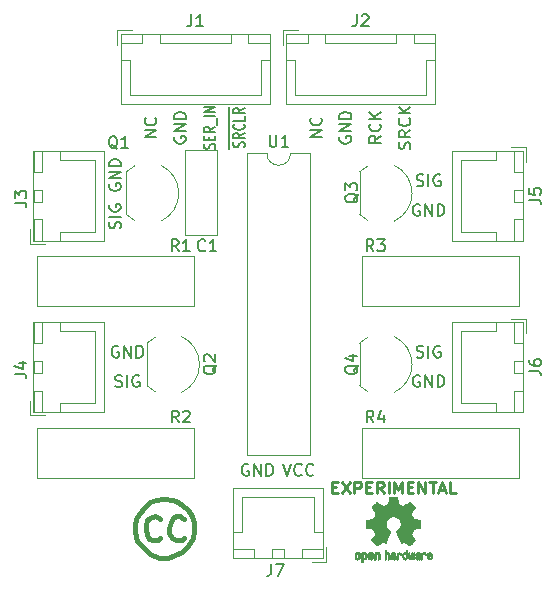
<source format=gbr>
G04 #@! TF.GenerationSoftware,KiCad,Pcbnew,(5.1.4)-1*
G04 #@! TF.CreationDate,2020-01-25T09:52:24+02:00*
G04 #@! TF.ProjectId,4_switch_array,345f7377-6974-4636-985f-61727261792e,rev?*
G04 #@! TF.SameCoordinates,Original*
G04 #@! TF.FileFunction,Legend,Top*
G04 #@! TF.FilePolarity,Positive*
%FSLAX46Y46*%
G04 Gerber Fmt 4.6, Leading zero omitted, Abs format (unit mm)*
G04 Created by KiCad (PCBNEW (5.1.4)-1) date 2020-01-25 09:52:24*
%MOMM*%
%LPD*%
G04 APERTURE LIST*
%ADD10C,0.150000*%
%ADD11C,0.250000*%
%ADD12C,0.120000*%
%ADD13C,0.010000*%
%ADD14C,0.381000*%
G04 APERTURE END LIST*
D10*
X142585000Y-45285714D02*
X142585000Y-44571428D01*
X143904761Y-45142857D02*
X143952380Y-45035714D01*
X143952380Y-44857142D01*
X143904761Y-44785714D01*
X143857142Y-44750000D01*
X143761904Y-44714285D01*
X143666666Y-44714285D01*
X143571428Y-44750000D01*
X143523809Y-44785714D01*
X143476190Y-44857142D01*
X143428571Y-45000000D01*
X143380952Y-45071428D01*
X143333333Y-45107142D01*
X143238095Y-45142857D01*
X143142857Y-45142857D01*
X143047619Y-45107142D01*
X143000000Y-45071428D01*
X142952380Y-45000000D01*
X142952380Y-44821428D01*
X143000000Y-44714285D01*
X142585000Y-44571428D02*
X142585000Y-43821428D01*
X143952380Y-43964285D02*
X143476190Y-44214285D01*
X143952380Y-44392857D02*
X142952380Y-44392857D01*
X142952380Y-44107142D01*
X143000000Y-44035714D01*
X143047619Y-44000000D01*
X143142857Y-43964285D01*
X143285714Y-43964285D01*
X143380952Y-44000000D01*
X143428571Y-44035714D01*
X143476190Y-44107142D01*
X143476190Y-44392857D01*
X142585000Y-43821428D02*
X142585000Y-43071428D01*
X143857142Y-43214285D02*
X143904761Y-43250000D01*
X143952380Y-43357142D01*
X143952380Y-43428571D01*
X143904761Y-43535714D01*
X143809523Y-43607142D01*
X143714285Y-43642857D01*
X143523809Y-43678571D01*
X143380952Y-43678571D01*
X143190476Y-43642857D01*
X143095238Y-43607142D01*
X143000000Y-43535714D01*
X142952380Y-43428571D01*
X142952380Y-43357142D01*
X143000000Y-43250000D01*
X143047619Y-43214285D01*
X142585000Y-43071428D02*
X142585000Y-42464285D01*
X143952380Y-42535714D02*
X143952380Y-42892857D01*
X142952380Y-42892857D01*
X142585000Y-42464285D02*
X142585000Y-41714285D01*
X143952380Y-41857142D02*
X143476190Y-42107142D01*
X143952380Y-42285714D02*
X142952380Y-42285714D01*
X142952380Y-42000000D01*
X143000000Y-41928571D01*
X143047619Y-41892857D01*
X143142857Y-41857142D01*
X143285714Y-41857142D01*
X143380952Y-41892857D01*
X143428571Y-41928571D01*
X143476190Y-42000000D01*
X143476190Y-42285714D01*
D11*
X151357142Y-73928571D02*
X151690476Y-73928571D01*
X151833333Y-74452380D02*
X151357142Y-74452380D01*
X151357142Y-73452380D01*
X151833333Y-73452380D01*
X152166666Y-73452380D02*
X152833333Y-74452380D01*
X152833333Y-73452380D02*
X152166666Y-74452380D01*
X153214285Y-74452380D02*
X153214285Y-73452380D01*
X153595238Y-73452380D01*
X153690476Y-73500000D01*
X153738095Y-73547619D01*
X153785714Y-73642857D01*
X153785714Y-73785714D01*
X153738095Y-73880952D01*
X153690476Y-73928571D01*
X153595238Y-73976190D01*
X153214285Y-73976190D01*
X154214285Y-73928571D02*
X154547619Y-73928571D01*
X154690476Y-74452380D02*
X154214285Y-74452380D01*
X154214285Y-73452380D01*
X154690476Y-73452380D01*
X155690476Y-74452380D02*
X155357142Y-73976190D01*
X155119047Y-74452380D02*
X155119047Y-73452380D01*
X155500000Y-73452380D01*
X155595238Y-73500000D01*
X155642857Y-73547619D01*
X155690476Y-73642857D01*
X155690476Y-73785714D01*
X155642857Y-73880952D01*
X155595238Y-73928571D01*
X155500000Y-73976190D01*
X155119047Y-73976190D01*
X156119047Y-74452380D02*
X156119047Y-73452380D01*
X156595238Y-74452380D02*
X156595238Y-73452380D01*
X156928571Y-74166666D01*
X157261904Y-73452380D01*
X157261904Y-74452380D01*
X157738095Y-73928571D02*
X158071428Y-73928571D01*
X158214285Y-74452380D02*
X157738095Y-74452380D01*
X157738095Y-73452380D01*
X158214285Y-73452380D01*
X158642857Y-74452380D02*
X158642857Y-73452380D01*
X159214285Y-74452380D01*
X159214285Y-73452380D01*
X159547619Y-73452380D02*
X160119047Y-73452380D01*
X159833333Y-74452380D02*
X159833333Y-73452380D01*
X160404761Y-74166666D02*
X160880952Y-74166666D01*
X160309523Y-74452380D02*
X160642857Y-73452380D01*
X160976190Y-74452380D01*
X161785714Y-74452380D02*
X161309523Y-74452380D01*
X161309523Y-73452380D01*
D10*
X158738095Y-64500000D02*
X158642857Y-64452380D01*
X158500000Y-64452380D01*
X158357142Y-64500000D01*
X158261904Y-64595238D01*
X158214285Y-64690476D01*
X158166666Y-64880952D01*
X158166666Y-65023809D01*
X158214285Y-65214285D01*
X158261904Y-65309523D01*
X158357142Y-65404761D01*
X158500000Y-65452380D01*
X158595238Y-65452380D01*
X158738095Y-65404761D01*
X158785714Y-65357142D01*
X158785714Y-65023809D01*
X158595238Y-65023809D01*
X159214285Y-65452380D02*
X159214285Y-64452380D01*
X159785714Y-65452380D01*
X159785714Y-64452380D01*
X160261904Y-65452380D02*
X160261904Y-64452380D01*
X160500000Y-64452380D01*
X160642857Y-64500000D01*
X160738095Y-64595238D01*
X160785714Y-64690476D01*
X160833333Y-64880952D01*
X160833333Y-65023809D01*
X160785714Y-65214285D01*
X160738095Y-65309523D01*
X160642857Y-65404761D01*
X160500000Y-65452380D01*
X160261904Y-65452380D01*
X158476190Y-62904761D02*
X158619047Y-62952380D01*
X158857142Y-62952380D01*
X158952380Y-62904761D01*
X159000000Y-62857142D01*
X159047619Y-62761904D01*
X159047619Y-62666666D01*
X159000000Y-62571428D01*
X158952380Y-62523809D01*
X158857142Y-62476190D01*
X158666666Y-62428571D01*
X158571428Y-62380952D01*
X158523809Y-62333333D01*
X158476190Y-62238095D01*
X158476190Y-62142857D01*
X158523809Y-62047619D01*
X158571428Y-62000000D01*
X158666666Y-61952380D01*
X158904761Y-61952380D01*
X159047619Y-62000000D01*
X159476190Y-62952380D02*
X159476190Y-61952380D01*
X160476190Y-62000000D02*
X160380952Y-61952380D01*
X160238095Y-61952380D01*
X160095238Y-62000000D01*
X160000000Y-62095238D01*
X159952380Y-62190476D01*
X159904761Y-62380952D01*
X159904761Y-62523809D01*
X159952380Y-62714285D01*
X160000000Y-62809523D01*
X160095238Y-62904761D01*
X160238095Y-62952380D01*
X160333333Y-62952380D01*
X160476190Y-62904761D01*
X160523809Y-62857142D01*
X160523809Y-62523809D01*
X160333333Y-62523809D01*
X158476190Y-48404761D02*
X158619047Y-48452380D01*
X158857142Y-48452380D01*
X158952380Y-48404761D01*
X159000000Y-48357142D01*
X159047619Y-48261904D01*
X159047619Y-48166666D01*
X159000000Y-48071428D01*
X158952380Y-48023809D01*
X158857142Y-47976190D01*
X158666666Y-47928571D01*
X158571428Y-47880952D01*
X158523809Y-47833333D01*
X158476190Y-47738095D01*
X158476190Y-47642857D01*
X158523809Y-47547619D01*
X158571428Y-47500000D01*
X158666666Y-47452380D01*
X158904761Y-47452380D01*
X159047619Y-47500000D01*
X159476190Y-48452380D02*
X159476190Y-47452380D01*
X160476190Y-47500000D02*
X160380952Y-47452380D01*
X160238095Y-47452380D01*
X160095238Y-47500000D01*
X160000000Y-47595238D01*
X159952380Y-47690476D01*
X159904761Y-47880952D01*
X159904761Y-48023809D01*
X159952380Y-48214285D01*
X160000000Y-48309523D01*
X160095238Y-48404761D01*
X160238095Y-48452380D01*
X160333333Y-48452380D01*
X160476190Y-48404761D01*
X160523809Y-48357142D01*
X160523809Y-48023809D01*
X160333333Y-48023809D01*
X158738095Y-50000000D02*
X158642857Y-49952380D01*
X158500000Y-49952380D01*
X158357142Y-50000000D01*
X158261904Y-50095238D01*
X158214285Y-50190476D01*
X158166666Y-50380952D01*
X158166666Y-50523809D01*
X158214285Y-50714285D01*
X158261904Y-50809523D01*
X158357142Y-50904761D01*
X158500000Y-50952380D01*
X158595238Y-50952380D01*
X158738095Y-50904761D01*
X158785714Y-50857142D01*
X158785714Y-50523809D01*
X158595238Y-50523809D01*
X159214285Y-50952380D02*
X159214285Y-49952380D01*
X159785714Y-50952380D01*
X159785714Y-49952380D01*
X160261904Y-50952380D02*
X160261904Y-49952380D01*
X160500000Y-49952380D01*
X160642857Y-50000000D01*
X160738095Y-50095238D01*
X160785714Y-50190476D01*
X160833333Y-50380952D01*
X160833333Y-50523809D01*
X160785714Y-50714285D01*
X160738095Y-50809523D01*
X160642857Y-50904761D01*
X160500000Y-50952380D01*
X160261904Y-50952380D01*
X132976190Y-65404761D02*
X133119047Y-65452380D01*
X133357142Y-65452380D01*
X133452380Y-65404761D01*
X133500000Y-65357142D01*
X133547619Y-65261904D01*
X133547619Y-65166666D01*
X133500000Y-65071428D01*
X133452380Y-65023809D01*
X133357142Y-64976190D01*
X133166666Y-64928571D01*
X133071428Y-64880952D01*
X133023809Y-64833333D01*
X132976190Y-64738095D01*
X132976190Y-64642857D01*
X133023809Y-64547619D01*
X133071428Y-64500000D01*
X133166666Y-64452380D01*
X133404761Y-64452380D01*
X133547619Y-64500000D01*
X133976190Y-65452380D02*
X133976190Y-64452380D01*
X134976190Y-64500000D02*
X134880952Y-64452380D01*
X134738095Y-64452380D01*
X134595238Y-64500000D01*
X134500000Y-64595238D01*
X134452380Y-64690476D01*
X134404761Y-64880952D01*
X134404761Y-65023809D01*
X134452380Y-65214285D01*
X134500000Y-65309523D01*
X134595238Y-65404761D01*
X134738095Y-65452380D01*
X134833333Y-65452380D01*
X134976190Y-65404761D01*
X135023809Y-65357142D01*
X135023809Y-65023809D01*
X134833333Y-65023809D01*
X133238095Y-62000000D02*
X133142857Y-61952380D01*
X133000000Y-61952380D01*
X132857142Y-62000000D01*
X132761904Y-62095238D01*
X132714285Y-62190476D01*
X132666666Y-62380952D01*
X132666666Y-62523809D01*
X132714285Y-62714285D01*
X132761904Y-62809523D01*
X132857142Y-62904761D01*
X133000000Y-62952380D01*
X133095238Y-62952380D01*
X133238095Y-62904761D01*
X133285714Y-62857142D01*
X133285714Y-62523809D01*
X133095238Y-62523809D01*
X133714285Y-62952380D02*
X133714285Y-61952380D01*
X134285714Y-62952380D01*
X134285714Y-61952380D01*
X134761904Y-62952380D02*
X134761904Y-61952380D01*
X135000000Y-61952380D01*
X135142857Y-62000000D01*
X135238095Y-62095238D01*
X135285714Y-62190476D01*
X135333333Y-62380952D01*
X135333333Y-62523809D01*
X135285714Y-62714285D01*
X135238095Y-62809523D01*
X135142857Y-62904761D01*
X135000000Y-62952380D01*
X134761904Y-62952380D01*
X132500000Y-48261904D02*
X132452380Y-48357142D01*
X132452380Y-48500000D01*
X132500000Y-48642857D01*
X132595238Y-48738095D01*
X132690476Y-48785714D01*
X132880952Y-48833333D01*
X133023809Y-48833333D01*
X133214285Y-48785714D01*
X133309523Y-48738095D01*
X133404761Y-48642857D01*
X133452380Y-48500000D01*
X133452380Y-48404761D01*
X133404761Y-48261904D01*
X133357142Y-48214285D01*
X133023809Y-48214285D01*
X133023809Y-48404761D01*
X133452380Y-47785714D02*
X132452380Y-47785714D01*
X133452380Y-47214285D01*
X132452380Y-47214285D01*
X133452380Y-46738095D02*
X132452380Y-46738095D01*
X132452380Y-46500000D01*
X132500000Y-46357142D01*
X132595238Y-46261904D01*
X132690476Y-46214285D01*
X132880952Y-46166666D01*
X133023809Y-46166666D01*
X133214285Y-46214285D01*
X133309523Y-46261904D01*
X133404761Y-46357142D01*
X133452380Y-46500000D01*
X133452380Y-46738095D01*
X133404761Y-52023809D02*
X133452380Y-51880952D01*
X133452380Y-51642857D01*
X133404761Y-51547619D01*
X133357142Y-51500000D01*
X133261904Y-51452380D01*
X133166666Y-51452380D01*
X133071428Y-51500000D01*
X133023809Y-51547619D01*
X132976190Y-51642857D01*
X132928571Y-51833333D01*
X132880952Y-51928571D01*
X132833333Y-51976190D01*
X132738095Y-52023809D01*
X132642857Y-52023809D01*
X132547619Y-51976190D01*
X132500000Y-51928571D01*
X132452380Y-51833333D01*
X132452380Y-51595238D01*
X132500000Y-51452380D01*
X133452380Y-51023809D02*
X132452380Y-51023809D01*
X132500000Y-50023809D02*
X132452380Y-50119047D01*
X132452380Y-50261904D01*
X132500000Y-50404761D01*
X132595238Y-50500000D01*
X132690476Y-50547619D01*
X132880952Y-50595238D01*
X133023809Y-50595238D01*
X133214285Y-50547619D01*
X133309523Y-50500000D01*
X133404761Y-50404761D01*
X133452380Y-50261904D01*
X133452380Y-50166666D01*
X133404761Y-50023809D01*
X133357142Y-49976190D01*
X133023809Y-49976190D01*
X133023809Y-50166666D01*
X147166666Y-71952380D02*
X147500000Y-72952380D01*
X147833333Y-71952380D01*
X148738095Y-72857142D02*
X148690476Y-72904761D01*
X148547619Y-72952380D01*
X148452380Y-72952380D01*
X148309523Y-72904761D01*
X148214285Y-72809523D01*
X148166666Y-72714285D01*
X148119047Y-72523809D01*
X148119047Y-72380952D01*
X148166666Y-72190476D01*
X148214285Y-72095238D01*
X148309523Y-72000000D01*
X148452380Y-71952380D01*
X148547619Y-71952380D01*
X148690476Y-72000000D01*
X148738095Y-72047619D01*
X149738095Y-72857142D02*
X149690476Y-72904761D01*
X149547619Y-72952380D01*
X149452380Y-72952380D01*
X149309523Y-72904761D01*
X149214285Y-72809523D01*
X149166666Y-72714285D01*
X149119047Y-72523809D01*
X149119047Y-72380952D01*
X149166666Y-72190476D01*
X149214285Y-72095238D01*
X149309523Y-72000000D01*
X149452380Y-71952380D01*
X149547619Y-71952380D01*
X149690476Y-72000000D01*
X149738095Y-72047619D01*
X144238095Y-72000000D02*
X144142857Y-71952380D01*
X144000000Y-71952380D01*
X143857142Y-72000000D01*
X143761904Y-72095238D01*
X143714285Y-72190476D01*
X143666666Y-72380952D01*
X143666666Y-72523809D01*
X143714285Y-72714285D01*
X143761904Y-72809523D01*
X143857142Y-72904761D01*
X144000000Y-72952380D01*
X144095238Y-72952380D01*
X144238095Y-72904761D01*
X144285714Y-72857142D01*
X144285714Y-72523809D01*
X144095238Y-72523809D01*
X144714285Y-72952380D02*
X144714285Y-71952380D01*
X145285714Y-72952380D01*
X145285714Y-71952380D01*
X145761904Y-72952380D02*
X145761904Y-71952380D01*
X146000000Y-71952380D01*
X146142857Y-72000000D01*
X146238095Y-72095238D01*
X146285714Y-72190476D01*
X146333333Y-72380952D01*
X146333333Y-72523809D01*
X146285714Y-72714285D01*
X146238095Y-72809523D01*
X146142857Y-72904761D01*
X146000000Y-72952380D01*
X145761904Y-72952380D01*
X152000000Y-44261904D02*
X151952380Y-44357142D01*
X151952380Y-44500000D01*
X152000000Y-44642857D01*
X152095238Y-44738095D01*
X152190476Y-44785714D01*
X152380952Y-44833333D01*
X152523809Y-44833333D01*
X152714285Y-44785714D01*
X152809523Y-44738095D01*
X152904761Y-44642857D01*
X152952380Y-44500000D01*
X152952380Y-44404761D01*
X152904761Y-44261904D01*
X152857142Y-44214285D01*
X152523809Y-44214285D01*
X152523809Y-44404761D01*
X152952380Y-43785714D02*
X151952380Y-43785714D01*
X152952380Y-43214285D01*
X151952380Y-43214285D01*
X152952380Y-42738095D02*
X151952380Y-42738095D01*
X151952380Y-42500000D01*
X152000000Y-42357142D01*
X152095238Y-42261904D01*
X152190476Y-42214285D01*
X152380952Y-42166666D01*
X152523809Y-42166666D01*
X152714285Y-42214285D01*
X152809523Y-42261904D01*
X152904761Y-42357142D01*
X152952380Y-42500000D01*
X152952380Y-42738095D01*
X150452380Y-44285714D02*
X149452380Y-44285714D01*
X150452380Y-43714285D01*
X149452380Y-43714285D01*
X150357142Y-42666666D02*
X150404761Y-42714285D01*
X150452380Y-42857142D01*
X150452380Y-42952380D01*
X150404761Y-43095238D01*
X150309523Y-43190476D01*
X150214285Y-43238095D01*
X150023809Y-43285714D01*
X149880952Y-43285714D01*
X149690476Y-43238095D01*
X149595238Y-43190476D01*
X149500000Y-43095238D01*
X149452380Y-42952380D01*
X149452380Y-42857142D01*
X149500000Y-42714285D01*
X149547619Y-42666666D01*
X157904761Y-45285714D02*
X157952380Y-45142857D01*
X157952380Y-44904761D01*
X157904761Y-44809523D01*
X157857142Y-44761904D01*
X157761904Y-44714285D01*
X157666666Y-44714285D01*
X157571428Y-44761904D01*
X157523809Y-44809523D01*
X157476190Y-44904761D01*
X157428571Y-45095238D01*
X157380952Y-45190476D01*
X157333333Y-45238095D01*
X157238095Y-45285714D01*
X157142857Y-45285714D01*
X157047619Y-45238095D01*
X157000000Y-45190476D01*
X156952380Y-45095238D01*
X156952380Y-44857142D01*
X157000000Y-44714285D01*
X157952380Y-43714285D02*
X157476190Y-44047619D01*
X157952380Y-44285714D02*
X156952380Y-44285714D01*
X156952380Y-43904761D01*
X157000000Y-43809523D01*
X157047619Y-43761904D01*
X157142857Y-43714285D01*
X157285714Y-43714285D01*
X157380952Y-43761904D01*
X157428571Y-43809523D01*
X157476190Y-43904761D01*
X157476190Y-44285714D01*
X157857142Y-42714285D02*
X157904761Y-42761904D01*
X157952380Y-42904761D01*
X157952380Y-43000000D01*
X157904761Y-43142857D01*
X157809523Y-43238095D01*
X157714285Y-43285714D01*
X157523809Y-43333333D01*
X157380952Y-43333333D01*
X157190476Y-43285714D01*
X157095238Y-43238095D01*
X157000000Y-43142857D01*
X156952380Y-43000000D01*
X156952380Y-42904761D01*
X157000000Y-42761904D01*
X157047619Y-42714285D01*
X157952380Y-42285714D02*
X156952380Y-42285714D01*
X157952380Y-41714285D02*
X157380952Y-42142857D01*
X156952380Y-41714285D02*
X157523809Y-42285714D01*
X138000000Y-44261904D02*
X137952380Y-44357142D01*
X137952380Y-44500000D01*
X138000000Y-44642857D01*
X138095238Y-44738095D01*
X138190476Y-44785714D01*
X138380952Y-44833333D01*
X138523809Y-44833333D01*
X138714285Y-44785714D01*
X138809523Y-44738095D01*
X138904761Y-44642857D01*
X138952380Y-44500000D01*
X138952380Y-44404761D01*
X138904761Y-44261904D01*
X138857142Y-44214285D01*
X138523809Y-44214285D01*
X138523809Y-44404761D01*
X138952380Y-43785714D02*
X137952380Y-43785714D01*
X138952380Y-43214285D01*
X137952380Y-43214285D01*
X138952380Y-42738095D02*
X137952380Y-42738095D01*
X137952380Y-42500000D01*
X138000000Y-42357142D01*
X138095238Y-42261904D01*
X138190476Y-42214285D01*
X138380952Y-42166666D01*
X138523809Y-42166666D01*
X138714285Y-42214285D01*
X138809523Y-42261904D01*
X138904761Y-42357142D01*
X138952380Y-42500000D01*
X138952380Y-42738095D01*
X136452380Y-44285714D02*
X135452380Y-44285714D01*
X136452380Y-43714285D01*
X135452380Y-43714285D01*
X136357142Y-42666666D02*
X136404761Y-42714285D01*
X136452380Y-42857142D01*
X136452380Y-42952380D01*
X136404761Y-43095238D01*
X136309523Y-43190476D01*
X136214285Y-43238095D01*
X136023809Y-43285714D01*
X135880952Y-43285714D01*
X135690476Y-43238095D01*
X135595238Y-43190476D01*
X135500000Y-43095238D01*
X135452380Y-42952380D01*
X135452380Y-42857142D01*
X135500000Y-42714285D01*
X135547619Y-42666666D01*
X141404761Y-45285714D02*
X141452380Y-45178571D01*
X141452380Y-45000000D01*
X141404761Y-44928571D01*
X141357142Y-44892857D01*
X141261904Y-44857142D01*
X141166666Y-44857142D01*
X141071428Y-44892857D01*
X141023809Y-44928571D01*
X140976190Y-45000000D01*
X140928571Y-45142857D01*
X140880952Y-45214285D01*
X140833333Y-45250000D01*
X140738095Y-45285714D01*
X140642857Y-45285714D01*
X140547619Y-45250000D01*
X140500000Y-45214285D01*
X140452380Y-45142857D01*
X140452380Y-44964285D01*
X140500000Y-44857142D01*
X140928571Y-44535714D02*
X140928571Y-44285714D01*
X141452380Y-44178571D02*
X141452380Y-44535714D01*
X140452380Y-44535714D01*
X140452380Y-44178571D01*
X141452380Y-43428571D02*
X140976190Y-43678571D01*
X141452380Y-43857142D02*
X140452380Y-43857142D01*
X140452380Y-43571428D01*
X140500000Y-43500000D01*
X140547619Y-43464285D01*
X140642857Y-43428571D01*
X140785714Y-43428571D01*
X140880952Y-43464285D01*
X140928571Y-43500000D01*
X140976190Y-43571428D01*
X140976190Y-43857142D01*
X141547619Y-43285714D02*
X141547619Y-42714285D01*
X141452380Y-42535714D02*
X140452380Y-42535714D01*
X141452380Y-42178571D02*
X140452380Y-42178571D01*
X141452380Y-41750000D01*
X140452380Y-41750000D01*
X155452380Y-44190476D02*
X154976190Y-44523809D01*
X155452380Y-44761904D02*
X154452380Y-44761904D01*
X154452380Y-44380952D01*
X154500000Y-44285714D01*
X154547619Y-44238095D01*
X154642857Y-44190476D01*
X154785714Y-44190476D01*
X154880952Y-44238095D01*
X154928571Y-44285714D01*
X154976190Y-44380952D01*
X154976190Y-44761904D01*
X155357142Y-43190476D02*
X155404761Y-43238095D01*
X155452380Y-43380952D01*
X155452380Y-43476190D01*
X155404761Y-43619047D01*
X155309523Y-43714285D01*
X155214285Y-43761904D01*
X155023809Y-43809523D01*
X154880952Y-43809523D01*
X154690476Y-43761904D01*
X154595238Y-43714285D01*
X154500000Y-43619047D01*
X154452380Y-43476190D01*
X154452380Y-43380952D01*
X154500000Y-43238095D01*
X154547619Y-43190476D01*
X155452380Y-42761904D02*
X154452380Y-42761904D01*
X155452380Y-42190476D02*
X154880952Y-42619047D01*
X154452380Y-42190476D02*
X155023809Y-42761904D01*
D12*
X138880000Y-45380000D02*
X141620000Y-45380000D01*
X138880000Y-52620000D02*
X141620000Y-52620000D01*
X141620000Y-52620000D02*
X141620000Y-45380000D01*
X138880000Y-52620000D02*
X138880000Y-45380000D01*
D13*
G36*
X156603910Y-74742348D02*
G01*
X156682454Y-74742778D01*
X156739298Y-74743942D01*
X156778105Y-74746207D01*
X156802538Y-74749940D01*
X156816262Y-74755506D01*
X156822940Y-74763273D01*
X156826236Y-74773605D01*
X156826556Y-74774943D01*
X156831562Y-74799079D01*
X156840829Y-74846701D01*
X156853392Y-74912741D01*
X156868287Y-74992128D01*
X156884551Y-75079796D01*
X156885119Y-75082875D01*
X156901410Y-75168789D01*
X156916652Y-75244696D01*
X156929861Y-75306045D01*
X156940054Y-75348282D01*
X156946248Y-75366855D01*
X156946543Y-75367184D01*
X156964788Y-75376253D01*
X157002405Y-75391367D01*
X157051271Y-75409262D01*
X157051543Y-75409358D01*
X157113093Y-75432493D01*
X157185657Y-75461965D01*
X157254057Y-75491597D01*
X157257294Y-75493062D01*
X157368702Y-75543626D01*
X157615399Y-75375160D01*
X157691077Y-75323803D01*
X157759631Y-75277889D01*
X157817088Y-75240030D01*
X157859476Y-75212837D01*
X157882825Y-75198921D01*
X157885042Y-75197889D01*
X157902010Y-75202484D01*
X157933701Y-75224655D01*
X157981352Y-75265447D01*
X158046198Y-75325905D01*
X158112397Y-75390227D01*
X158176214Y-75453612D01*
X158233329Y-75511451D01*
X158280305Y-75560175D01*
X158313703Y-75596210D01*
X158330085Y-75615984D01*
X158330694Y-75617002D01*
X158332505Y-75630572D01*
X158325683Y-75652733D01*
X158308540Y-75686478D01*
X158279393Y-75734800D01*
X158236555Y-75800692D01*
X158179448Y-75885517D01*
X158128766Y-75960177D01*
X158083461Y-76027140D01*
X158046150Y-76082516D01*
X158019452Y-76122420D01*
X158005985Y-76142962D01*
X158005137Y-76144356D01*
X158006781Y-76164038D01*
X158019245Y-76202293D01*
X158040048Y-76251889D01*
X158047462Y-76267728D01*
X158079814Y-76338290D01*
X158114328Y-76418353D01*
X158142365Y-76487629D01*
X158162568Y-76539045D01*
X158178615Y-76578119D01*
X158187888Y-76598541D01*
X158189041Y-76600114D01*
X158206096Y-76602721D01*
X158246298Y-76609863D01*
X158304302Y-76620523D01*
X158374763Y-76633685D01*
X158452335Y-76648333D01*
X158531672Y-76663449D01*
X158607431Y-76678018D01*
X158674264Y-76691022D01*
X158726828Y-76701445D01*
X158759776Y-76708270D01*
X158767857Y-76710199D01*
X158776205Y-76714962D01*
X158782506Y-76725718D01*
X158787045Y-76746098D01*
X158790104Y-76779734D01*
X158791967Y-76830255D01*
X158792918Y-76901292D01*
X158793240Y-76996476D01*
X158793257Y-77035492D01*
X158793257Y-77352799D01*
X158717057Y-77367839D01*
X158674663Y-77375995D01*
X158611400Y-77387899D01*
X158534962Y-77402116D01*
X158453043Y-77417210D01*
X158430400Y-77421355D01*
X158354806Y-77436053D01*
X158288953Y-77450505D01*
X158238366Y-77463375D01*
X158208574Y-77473322D01*
X158203612Y-77476287D01*
X158191426Y-77497283D01*
X158173953Y-77537967D01*
X158154577Y-77590322D01*
X158150734Y-77601600D01*
X158125339Y-77671523D01*
X158093817Y-77750418D01*
X158062969Y-77821266D01*
X158062817Y-77821595D01*
X158011447Y-77932733D01*
X158180399Y-78181253D01*
X158349352Y-78429772D01*
X158132429Y-78647058D01*
X158066819Y-78711726D01*
X158006979Y-78768733D01*
X157956267Y-78815033D01*
X157918046Y-78847584D01*
X157895675Y-78863343D01*
X157892466Y-78864343D01*
X157873626Y-78856469D01*
X157835180Y-78834578D01*
X157781330Y-78801267D01*
X157716276Y-78759131D01*
X157645940Y-78711943D01*
X157574555Y-78663810D01*
X157510908Y-78621928D01*
X157459041Y-78588871D01*
X157422995Y-78567218D01*
X157406867Y-78559543D01*
X157387189Y-78566037D01*
X157349875Y-78583150D01*
X157302621Y-78607326D01*
X157297612Y-78610013D01*
X157233977Y-78641927D01*
X157190341Y-78657579D01*
X157163202Y-78657745D01*
X157149057Y-78643204D01*
X157148975Y-78643000D01*
X157141905Y-78625779D01*
X157125042Y-78584899D01*
X157099695Y-78523525D01*
X157067171Y-78444819D01*
X157028778Y-78351947D01*
X156985822Y-78248072D01*
X156944222Y-78147502D01*
X156898504Y-78036516D01*
X156856526Y-77933703D01*
X156819548Y-77842215D01*
X156788827Y-77765201D01*
X156765622Y-77705815D01*
X156751190Y-77667209D01*
X156746743Y-77652800D01*
X156757896Y-77636272D01*
X156787069Y-77609930D01*
X156825971Y-77580887D01*
X156936757Y-77489039D01*
X157023351Y-77383759D01*
X157084716Y-77267266D01*
X157119815Y-77141776D01*
X157127608Y-77009507D01*
X157121943Y-76948457D01*
X157091078Y-76821795D01*
X157037920Y-76709941D01*
X156965767Y-76614001D01*
X156877917Y-76535076D01*
X156777665Y-76474270D01*
X156668310Y-76432687D01*
X156553147Y-76411428D01*
X156435475Y-76411599D01*
X156318590Y-76434301D01*
X156205789Y-76480638D01*
X156100369Y-76551713D01*
X156056368Y-76591911D01*
X155971979Y-76695129D01*
X155913222Y-76807925D01*
X155879704Y-76927010D01*
X155871035Y-77049095D01*
X155886823Y-77170893D01*
X155926678Y-77289116D01*
X155990207Y-77400475D01*
X156077021Y-77501684D01*
X156174029Y-77580887D01*
X156214437Y-77611162D01*
X156242982Y-77637219D01*
X156253257Y-77652825D01*
X156247877Y-77669843D01*
X156232575Y-77710500D01*
X156208612Y-77771642D01*
X156177244Y-77850119D01*
X156139732Y-77942780D01*
X156097333Y-78046472D01*
X156055663Y-78147526D01*
X156009690Y-78258607D01*
X155967107Y-78361541D01*
X155929221Y-78453165D01*
X155897340Y-78530316D01*
X155872771Y-78589831D01*
X155856820Y-78628544D01*
X155850910Y-78643000D01*
X155836948Y-78657685D01*
X155809940Y-78657642D01*
X155766413Y-78642099D01*
X155702890Y-78610284D01*
X155702388Y-78610013D01*
X155654560Y-78585323D01*
X155615897Y-78567338D01*
X155594095Y-78559614D01*
X155593133Y-78559543D01*
X155576721Y-78567378D01*
X155540487Y-78589165D01*
X155488474Y-78622328D01*
X155424725Y-78664291D01*
X155354060Y-78711943D01*
X155282116Y-78760191D01*
X155217274Y-78802151D01*
X155163735Y-78835227D01*
X155125697Y-78856821D01*
X155107533Y-78864343D01*
X155090808Y-78854457D01*
X155057180Y-78826826D01*
X155010010Y-78784495D01*
X154952658Y-78730505D01*
X154888484Y-78667899D01*
X154867497Y-78646983D01*
X154650499Y-78429623D01*
X154815668Y-78187220D01*
X154865864Y-78112781D01*
X154909919Y-78045972D01*
X154945362Y-77990665D01*
X154969719Y-77950729D01*
X154980522Y-77930036D01*
X154980838Y-77928563D01*
X154975143Y-77909058D01*
X154959826Y-77869822D01*
X154937537Y-77817430D01*
X154921893Y-77782355D01*
X154892641Y-77715201D01*
X154865094Y-77647358D01*
X154843737Y-77590034D01*
X154837935Y-77572572D01*
X154821452Y-77525938D01*
X154805340Y-77489905D01*
X154796490Y-77476287D01*
X154776960Y-77467952D01*
X154734334Y-77456137D01*
X154674145Y-77442181D01*
X154601922Y-77427422D01*
X154569600Y-77421355D01*
X154487522Y-77406273D01*
X154408795Y-77391669D01*
X154341109Y-77378980D01*
X154292160Y-77369642D01*
X154282943Y-77367839D01*
X154206743Y-77352799D01*
X154206743Y-77035492D01*
X154206914Y-76931154D01*
X154207616Y-76852213D01*
X154209134Y-76795038D01*
X154211749Y-76755999D01*
X154215746Y-76731465D01*
X154221409Y-76717805D01*
X154229020Y-76711389D01*
X154232143Y-76710199D01*
X154250978Y-76705980D01*
X154292588Y-76697562D01*
X154351630Y-76685961D01*
X154422757Y-76672195D01*
X154500625Y-76657280D01*
X154579887Y-76642232D01*
X154655198Y-76628069D01*
X154721213Y-76615806D01*
X154772587Y-76606461D01*
X154803975Y-76601050D01*
X154810959Y-76600114D01*
X154817285Y-76587596D01*
X154831290Y-76554246D01*
X154850355Y-76506377D01*
X154857634Y-76487629D01*
X154886996Y-76415195D01*
X154921571Y-76335170D01*
X154952537Y-76267728D01*
X154975323Y-76216159D01*
X154990482Y-76173785D01*
X154995542Y-76147834D01*
X154994736Y-76144356D01*
X154984041Y-76127936D01*
X154959620Y-76091417D01*
X154924095Y-76038687D01*
X154880087Y-75973635D01*
X154830217Y-75900151D01*
X154820356Y-75885645D01*
X154762492Y-75799704D01*
X154719956Y-75734261D01*
X154691054Y-75686304D01*
X154674090Y-75652820D01*
X154667367Y-75630795D01*
X154669190Y-75617217D01*
X154669236Y-75617131D01*
X154683586Y-75599297D01*
X154715323Y-75564817D01*
X154761010Y-75517268D01*
X154817204Y-75460222D01*
X154880468Y-75397255D01*
X154887602Y-75390227D01*
X154967330Y-75313020D01*
X155028857Y-75256330D01*
X155073421Y-75219110D01*
X155102257Y-75200315D01*
X155114958Y-75197889D01*
X155133494Y-75208471D01*
X155171961Y-75232916D01*
X155226386Y-75268612D01*
X155292798Y-75312947D01*
X155367225Y-75363311D01*
X155384601Y-75375160D01*
X155631297Y-75543626D01*
X155742706Y-75493062D01*
X155810457Y-75463595D01*
X155883183Y-75433959D01*
X155945703Y-75410330D01*
X155948457Y-75409358D01*
X155997360Y-75391457D01*
X156035057Y-75376320D01*
X156053425Y-75367210D01*
X156053456Y-75367184D01*
X156059285Y-75350717D01*
X156069192Y-75310219D01*
X156082195Y-75250242D01*
X156097309Y-75175340D01*
X156113552Y-75090064D01*
X156114881Y-75082875D01*
X156131175Y-74995014D01*
X156146133Y-74915260D01*
X156158791Y-74848681D01*
X156168186Y-74800347D01*
X156173354Y-74775325D01*
X156173444Y-74774943D01*
X156176589Y-74764299D01*
X156182704Y-74756262D01*
X156195453Y-74750467D01*
X156218500Y-74746547D01*
X156255509Y-74744135D01*
X156310144Y-74742865D01*
X156386067Y-74742371D01*
X156486944Y-74742286D01*
X156500000Y-74742286D01*
X156603910Y-74742348D01*
X156603910Y-74742348D01*
G37*
X156603910Y-74742348D02*
X156682454Y-74742778D01*
X156739298Y-74743942D01*
X156778105Y-74746207D01*
X156802538Y-74749940D01*
X156816262Y-74755506D01*
X156822940Y-74763273D01*
X156826236Y-74773605D01*
X156826556Y-74774943D01*
X156831562Y-74799079D01*
X156840829Y-74846701D01*
X156853392Y-74912741D01*
X156868287Y-74992128D01*
X156884551Y-75079796D01*
X156885119Y-75082875D01*
X156901410Y-75168789D01*
X156916652Y-75244696D01*
X156929861Y-75306045D01*
X156940054Y-75348282D01*
X156946248Y-75366855D01*
X156946543Y-75367184D01*
X156964788Y-75376253D01*
X157002405Y-75391367D01*
X157051271Y-75409262D01*
X157051543Y-75409358D01*
X157113093Y-75432493D01*
X157185657Y-75461965D01*
X157254057Y-75491597D01*
X157257294Y-75493062D01*
X157368702Y-75543626D01*
X157615399Y-75375160D01*
X157691077Y-75323803D01*
X157759631Y-75277889D01*
X157817088Y-75240030D01*
X157859476Y-75212837D01*
X157882825Y-75198921D01*
X157885042Y-75197889D01*
X157902010Y-75202484D01*
X157933701Y-75224655D01*
X157981352Y-75265447D01*
X158046198Y-75325905D01*
X158112397Y-75390227D01*
X158176214Y-75453612D01*
X158233329Y-75511451D01*
X158280305Y-75560175D01*
X158313703Y-75596210D01*
X158330085Y-75615984D01*
X158330694Y-75617002D01*
X158332505Y-75630572D01*
X158325683Y-75652733D01*
X158308540Y-75686478D01*
X158279393Y-75734800D01*
X158236555Y-75800692D01*
X158179448Y-75885517D01*
X158128766Y-75960177D01*
X158083461Y-76027140D01*
X158046150Y-76082516D01*
X158019452Y-76122420D01*
X158005985Y-76142962D01*
X158005137Y-76144356D01*
X158006781Y-76164038D01*
X158019245Y-76202293D01*
X158040048Y-76251889D01*
X158047462Y-76267728D01*
X158079814Y-76338290D01*
X158114328Y-76418353D01*
X158142365Y-76487629D01*
X158162568Y-76539045D01*
X158178615Y-76578119D01*
X158187888Y-76598541D01*
X158189041Y-76600114D01*
X158206096Y-76602721D01*
X158246298Y-76609863D01*
X158304302Y-76620523D01*
X158374763Y-76633685D01*
X158452335Y-76648333D01*
X158531672Y-76663449D01*
X158607431Y-76678018D01*
X158674264Y-76691022D01*
X158726828Y-76701445D01*
X158759776Y-76708270D01*
X158767857Y-76710199D01*
X158776205Y-76714962D01*
X158782506Y-76725718D01*
X158787045Y-76746098D01*
X158790104Y-76779734D01*
X158791967Y-76830255D01*
X158792918Y-76901292D01*
X158793240Y-76996476D01*
X158793257Y-77035492D01*
X158793257Y-77352799D01*
X158717057Y-77367839D01*
X158674663Y-77375995D01*
X158611400Y-77387899D01*
X158534962Y-77402116D01*
X158453043Y-77417210D01*
X158430400Y-77421355D01*
X158354806Y-77436053D01*
X158288953Y-77450505D01*
X158238366Y-77463375D01*
X158208574Y-77473322D01*
X158203612Y-77476287D01*
X158191426Y-77497283D01*
X158173953Y-77537967D01*
X158154577Y-77590322D01*
X158150734Y-77601600D01*
X158125339Y-77671523D01*
X158093817Y-77750418D01*
X158062969Y-77821266D01*
X158062817Y-77821595D01*
X158011447Y-77932733D01*
X158180399Y-78181253D01*
X158349352Y-78429772D01*
X158132429Y-78647058D01*
X158066819Y-78711726D01*
X158006979Y-78768733D01*
X157956267Y-78815033D01*
X157918046Y-78847584D01*
X157895675Y-78863343D01*
X157892466Y-78864343D01*
X157873626Y-78856469D01*
X157835180Y-78834578D01*
X157781330Y-78801267D01*
X157716276Y-78759131D01*
X157645940Y-78711943D01*
X157574555Y-78663810D01*
X157510908Y-78621928D01*
X157459041Y-78588871D01*
X157422995Y-78567218D01*
X157406867Y-78559543D01*
X157387189Y-78566037D01*
X157349875Y-78583150D01*
X157302621Y-78607326D01*
X157297612Y-78610013D01*
X157233977Y-78641927D01*
X157190341Y-78657579D01*
X157163202Y-78657745D01*
X157149057Y-78643204D01*
X157148975Y-78643000D01*
X157141905Y-78625779D01*
X157125042Y-78584899D01*
X157099695Y-78523525D01*
X157067171Y-78444819D01*
X157028778Y-78351947D01*
X156985822Y-78248072D01*
X156944222Y-78147502D01*
X156898504Y-78036516D01*
X156856526Y-77933703D01*
X156819548Y-77842215D01*
X156788827Y-77765201D01*
X156765622Y-77705815D01*
X156751190Y-77667209D01*
X156746743Y-77652800D01*
X156757896Y-77636272D01*
X156787069Y-77609930D01*
X156825971Y-77580887D01*
X156936757Y-77489039D01*
X157023351Y-77383759D01*
X157084716Y-77267266D01*
X157119815Y-77141776D01*
X157127608Y-77009507D01*
X157121943Y-76948457D01*
X157091078Y-76821795D01*
X157037920Y-76709941D01*
X156965767Y-76614001D01*
X156877917Y-76535076D01*
X156777665Y-76474270D01*
X156668310Y-76432687D01*
X156553147Y-76411428D01*
X156435475Y-76411599D01*
X156318590Y-76434301D01*
X156205789Y-76480638D01*
X156100369Y-76551713D01*
X156056368Y-76591911D01*
X155971979Y-76695129D01*
X155913222Y-76807925D01*
X155879704Y-76927010D01*
X155871035Y-77049095D01*
X155886823Y-77170893D01*
X155926678Y-77289116D01*
X155990207Y-77400475D01*
X156077021Y-77501684D01*
X156174029Y-77580887D01*
X156214437Y-77611162D01*
X156242982Y-77637219D01*
X156253257Y-77652825D01*
X156247877Y-77669843D01*
X156232575Y-77710500D01*
X156208612Y-77771642D01*
X156177244Y-77850119D01*
X156139732Y-77942780D01*
X156097333Y-78046472D01*
X156055663Y-78147526D01*
X156009690Y-78258607D01*
X155967107Y-78361541D01*
X155929221Y-78453165D01*
X155897340Y-78530316D01*
X155872771Y-78589831D01*
X155856820Y-78628544D01*
X155850910Y-78643000D01*
X155836948Y-78657685D01*
X155809940Y-78657642D01*
X155766413Y-78642099D01*
X155702890Y-78610284D01*
X155702388Y-78610013D01*
X155654560Y-78585323D01*
X155615897Y-78567338D01*
X155594095Y-78559614D01*
X155593133Y-78559543D01*
X155576721Y-78567378D01*
X155540487Y-78589165D01*
X155488474Y-78622328D01*
X155424725Y-78664291D01*
X155354060Y-78711943D01*
X155282116Y-78760191D01*
X155217274Y-78802151D01*
X155163735Y-78835227D01*
X155125697Y-78856821D01*
X155107533Y-78864343D01*
X155090808Y-78854457D01*
X155057180Y-78826826D01*
X155010010Y-78784495D01*
X154952658Y-78730505D01*
X154888484Y-78667899D01*
X154867497Y-78646983D01*
X154650499Y-78429623D01*
X154815668Y-78187220D01*
X154865864Y-78112781D01*
X154909919Y-78045972D01*
X154945362Y-77990665D01*
X154969719Y-77950729D01*
X154980522Y-77930036D01*
X154980838Y-77928563D01*
X154975143Y-77909058D01*
X154959826Y-77869822D01*
X154937537Y-77817430D01*
X154921893Y-77782355D01*
X154892641Y-77715201D01*
X154865094Y-77647358D01*
X154843737Y-77590034D01*
X154837935Y-77572572D01*
X154821452Y-77525938D01*
X154805340Y-77489905D01*
X154796490Y-77476287D01*
X154776960Y-77467952D01*
X154734334Y-77456137D01*
X154674145Y-77442181D01*
X154601922Y-77427422D01*
X154569600Y-77421355D01*
X154487522Y-77406273D01*
X154408795Y-77391669D01*
X154341109Y-77378980D01*
X154292160Y-77369642D01*
X154282943Y-77367839D01*
X154206743Y-77352799D01*
X154206743Y-77035492D01*
X154206914Y-76931154D01*
X154207616Y-76852213D01*
X154209134Y-76795038D01*
X154211749Y-76755999D01*
X154215746Y-76731465D01*
X154221409Y-76717805D01*
X154229020Y-76711389D01*
X154232143Y-76710199D01*
X154250978Y-76705980D01*
X154292588Y-76697562D01*
X154351630Y-76685961D01*
X154422757Y-76672195D01*
X154500625Y-76657280D01*
X154579887Y-76642232D01*
X154655198Y-76628069D01*
X154721213Y-76615806D01*
X154772587Y-76606461D01*
X154803975Y-76601050D01*
X154810959Y-76600114D01*
X154817285Y-76587596D01*
X154831290Y-76554246D01*
X154850355Y-76506377D01*
X154857634Y-76487629D01*
X154886996Y-76415195D01*
X154921571Y-76335170D01*
X154952537Y-76267728D01*
X154975323Y-76216159D01*
X154990482Y-76173785D01*
X154995542Y-76147834D01*
X154994736Y-76144356D01*
X154984041Y-76127936D01*
X154959620Y-76091417D01*
X154924095Y-76038687D01*
X154880087Y-75973635D01*
X154830217Y-75900151D01*
X154820356Y-75885645D01*
X154762492Y-75799704D01*
X154719956Y-75734261D01*
X154691054Y-75686304D01*
X154674090Y-75652820D01*
X154667367Y-75630795D01*
X154669190Y-75617217D01*
X154669236Y-75617131D01*
X154683586Y-75599297D01*
X154715323Y-75564817D01*
X154761010Y-75517268D01*
X154817204Y-75460222D01*
X154880468Y-75397255D01*
X154887602Y-75390227D01*
X154967330Y-75313020D01*
X155028857Y-75256330D01*
X155073421Y-75219110D01*
X155102257Y-75200315D01*
X155114958Y-75197889D01*
X155133494Y-75208471D01*
X155171961Y-75232916D01*
X155226386Y-75268612D01*
X155292798Y-75312947D01*
X155367225Y-75363311D01*
X155384601Y-75375160D01*
X155631297Y-75543626D01*
X155742706Y-75493062D01*
X155810457Y-75463595D01*
X155883183Y-75433959D01*
X155945703Y-75410330D01*
X155948457Y-75409358D01*
X155997360Y-75391457D01*
X156035057Y-75376320D01*
X156053425Y-75367210D01*
X156053456Y-75367184D01*
X156059285Y-75350717D01*
X156069192Y-75310219D01*
X156082195Y-75250242D01*
X156097309Y-75175340D01*
X156113552Y-75090064D01*
X156114881Y-75082875D01*
X156131175Y-74995014D01*
X156146133Y-74915260D01*
X156158791Y-74848681D01*
X156168186Y-74800347D01*
X156173354Y-74775325D01*
X156173444Y-74774943D01*
X156176589Y-74764299D01*
X156182704Y-74756262D01*
X156195453Y-74750467D01*
X156218500Y-74746547D01*
X156255509Y-74744135D01*
X156310144Y-74742865D01*
X156386067Y-74742371D01*
X156486944Y-74742286D01*
X156500000Y-74742286D01*
X156603910Y-74742348D01*
G36*
X159653595Y-79466966D02*
G01*
X159711021Y-79504497D01*
X159738719Y-79538096D01*
X159760662Y-79599064D01*
X159762405Y-79647308D01*
X159758457Y-79711816D01*
X159609686Y-79776934D01*
X159537349Y-79810202D01*
X159490084Y-79836964D01*
X159465507Y-79860144D01*
X159461237Y-79882667D01*
X159474889Y-79907455D01*
X159489943Y-79923886D01*
X159533746Y-79950235D01*
X159581389Y-79952081D01*
X159625145Y-79931546D01*
X159657289Y-79890752D01*
X159663038Y-79876347D01*
X159690576Y-79831356D01*
X159722258Y-79812182D01*
X159765714Y-79795779D01*
X159765714Y-79857966D01*
X159761872Y-79900283D01*
X159746823Y-79935969D01*
X159715280Y-79976943D01*
X159710592Y-79982267D01*
X159675506Y-80018720D01*
X159645347Y-80038283D01*
X159607615Y-80047283D01*
X159576335Y-80050230D01*
X159520385Y-80050965D01*
X159480555Y-80041660D01*
X159455708Y-80027846D01*
X159416656Y-79997467D01*
X159389625Y-79964613D01*
X159372517Y-79923294D01*
X159363238Y-79867521D01*
X159359693Y-79791305D01*
X159359410Y-79752622D01*
X159360372Y-79706247D01*
X159448007Y-79706247D01*
X159449023Y-79731126D01*
X159451556Y-79735200D01*
X159468274Y-79729665D01*
X159504249Y-79715017D01*
X159552331Y-79694190D01*
X159562386Y-79689714D01*
X159623152Y-79658814D01*
X159656632Y-79631657D01*
X159663990Y-79606220D01*
X159646391Y-79580481D01*
X159631856Y-79569109D01*
X159579410Y-79546364D01*
X159530322Y-79550122D01*
X159489227Y-79577884D01*
X159460758Y-79627152D01*
X159451631Y-79666257D01*
X159448007Y-79706247D01*
X159360372Y-79706247D01*
X159361285Y-79662249D01*
X159368196Y-79595384D01*
X159381884Y-79546695D01*
X159404096Y-79510849D01*
X159436574Y-79482513D01*
X159450733Y-79473355D01*
X159515053Y-79449507D01*
X159585473Y-79448006D01*
X159653595Y-79466966D01*
X159653595Y-79466966D01*
G37*
X159653595Y-79466966D02*
X159711021Y-79504497D01*
X159738719Y-79538096D01*
X159760662Y-79599064D01*
X159762405Y-79647308D01*
X159758457Y-79711816D01*
X159609686Y-79776934D01*
X159537349Y-79810202D01*
X159490084Y-79836964D01*
X159465507Y-79860144D01*
X159461237Y-79882667D01*
X159474889Y-79907455D01*
X159489943Y-79923886D01*
X159533746Y-79950235D01*
X159581389Y-79952081D01*
X159625145Y-79931546D01*
X159657289Y-79890752D01*
X159663038Y-79876347D01*
X159690576Y-79831356D01*
X159722258Y-79812182D01*
X159765714Y-79795779D01*
X159765714Y-79857966D01*
X159761872Y-79900283D01*
X159746823Y-79935969D01*
X159715280Y-79976943D01*
X159710592Y-79982267D01*
X159675506Y-80018720D01*
X159645347Y-80038283D01*
X159607615Y-80047283D01*
X159576335Y-80050230D01*
X159520385Y-80050965D01*
X159480555Y-80041660D01*
X159455708Y-80027846D01*
X159416656Y-79997467D01*
X159389625Y-79964613D01*
X159372517Y-79923294D01*
X159363238Y-79867521D01*
X159359693Y-79791305D01*
X159359410Y-79752622D01*
X159360372Y-79706247D01*
X159448007Y-79706247D01*
X159449023Y-79731126D01*
X159451556Y-79735200D01*
X159468274Y-79729665D01*
X159504249Y-79715017D01*
X159552331Y-79694190D01*
X159562386Y-79689714D01*
X159623152Y-79658814D01*
X159656632Y-79631657D01*
X159663990Y-79606220D01*
X159646391Y-79580481D01*
X159631856Y-79569109D01*
X159579410Y-79546364D01*
X159530322Y-79550122D01*
X159489227Y-79577884D01*
X159460758Y-79627152D01*
X159451631Y-79666257D01*
X159448007Y-79706247D01*
X159360372Y-79706247D01*
X159361285Y-79662249D01*
X159368196Y-79595384D01*
X159381884Y-79546695D01*
X159404096Y-79510849D01*
X159436574Y-79482513D01*
X159450733Y-79473355D01*
X159515053Y-79449507D01*
X159585473Y-79448006D01*
X159653595Y-79466966D01*
G36*
X159152600Y-79458752D02*
G01*
X159169948Y-79466334D01*
X159211356Y-79499128D01*
X159246765Y-79546547D01*
X159268664Y-79597151D01*
X159272229Y-79622098D01*
X159260279Y-79656927D01*
X159234067Y-79675357D01*
X159205964Y-79686516D01*
X159193095Y-79688572D01*
X159186829Y-79673649D01*
X159174456Y-79641175D01*
X159169028Y-79626502D01*
X159138590Y-79575744D01*
X159094520Y-79550427D01*
X159038010Y-79551206D01*
X159033825Y-79552203D01*
X159003655Y-79566507D01*
X158981476Y-79594393D01*
X158966327Y-79639287D01*
X158957250Y-79704615D01*
X158953286Y-79793804D01*
X158952914Y-79841261D01*
X158952730Y-79916071D01*
X158951522Y-79967069D01*
X158948309Y-79999471D01*
X158942109Y-80018495D01*
X158931940Y-80029356D01*
X158916819Y-80037272D01*
X158915946Y-80037670D01*
X158886828Y-80049981D01*
X158872403Y-80054514D01*
X158870186Y-80040809D01*
X158868289Y-80002925D01*
X158866847Y-79945715D01*
X158865998Y-79874027D01*
X158865829Y-79821565D01*
X158866692Y-79720047D01*
X158870070Y-79643032D01*
X158877142Y-79586023D01*
X158889088Y-79544526D01*
X158907090Y-79514043D01*
X158932327Y-79490080D01*
X158957247Y-79473355D01*
X159017171Y-79451097D01*
X159086911Y-79446076D01*
X159152600Y-79458752D01*
X159152600Y-79458752D01*
G37*
X159152600Y-79458752D02*
X159169948Y-79466334D01*
X159211356Y-79499128D01*
X159246765Y-79546547D01*
X159268664Y-79597151D01*
X159272229Y-79622098D01*
X159260279Y-79656927D01*
X159234067Y-79675357D01*
X159205964Y-79686516D01*
X159193095Y-79688572D01*
X159186829Y-79673649D01*
X159174456Y-79641175D01*
X159169028Y-79626502D01*
X159138590Y-79575744D01*
X159094520Y-79550427D01*
X159038010Y-79551206D01*
X159033825Y-79552203D01*
X159003655Y-79566507D01*
X158981476Y-79594393D01*
X158966327Y-79639287D01*
X158957250Y-79704615D01*
X158953286Y-79793804D01*
X158952914Y-79841261D01*
X158952730Y-79916071D01*
X158951522Y-79967069D01*
X158948309Y-79999471D01*
X158942109Y-80018495D01*
X158931940Y-80029356D01*
X158916819Y-80037272D01*
X158915946Y-80037670D01*
X158886828Y-80049981D01*
X158872403Y-80054514D01*
X158870186Y-80040809D01*
X158868289Y-80002925D01*
X158866847Y-79945715D01*
X158865998Y-79874027D01*
X158865829Y-79821565D01*
X158866692Y-79720047D01*
X158870070Y-79643032D01*
X158877142Y-79586023D01*
X158889088Y-79544526D01*
X158907090Y-79514043D01*
X158932327Y-79490080D01*
X158957247Y-79473355D01*
X159017171Y-79451097D01*
X159086911Y-79446076D01*
X159152600Y-79458752D01*
G36*
X158644876Y-79456335D02*
G01*
X158686667Y-79475344D01*
X158719469Y-79498378D01*
X158743503Y-79524133D01*
X158760097Y-79557358D01*
X158770577Y-79602800D01*
X158776271Y-79665207D01*
X158778507Y-79749327D01*
X158778743Y-79804721D01*
X158778743Y-80020826D01*
X158741774Y-80037670D01*
X158712656Y-80049981D01*
X158698231Y-80054514D01*
X158695472Y-80041025D01*
X158693282Y-80004653D01*
X158691942Y-79951542D01*
X158691657Y-79909372D01*
X158690434Y-79848447D01*
X158687136Y-79800115D01*
X158682321Y-79770518D01*
X158678496Y-79764229D01*
X158652783Y-79770652D01*
X158612418Y-79787125D01*
X158565679Y-79809458D01*
X158520845Y-79833457D01*
X158486193Y-79854930D01*
X158470002Y-79869685D01*
X158469938Y-79869845D01*
X158471330Y-79897152D01*
X158483818Y-79923219D01*
X158505743Y-79944392D01*
X158537743Y-79951474D01*
X158565092Y-79950649D01*
X158603826Y-79950042D01*
X158624158Y-79959116D01*
X158636369Y-79983092D01*
X158637909Y-79987613D01*
X158643203Y-80021806D01*
X158629047Y-80042568D01*
X158592148Y-80052462D01*
X158552289Y-80054292D01*
X158480562Y-80040727D01*
X158443432Y-80021355D01*
X158397576Y-79975845D01*
X158373256Y-79919983D01*
X158371073Y-79860957D01*
X158391629Y-79805953D01*
X158422549Y-79771486D01*
X158453420Y-79752189D01*
X158501942Y-79727759D01*
X158558485Y-79702985D01*
X158567910Y-79699199D01*
X158630019Y-79671791D01*
X158665822Y-79647634D01*
X158677337Y-79623619D01*
X158666580Y-79596635D01*
X158648114Y-79575543D01*
X158604469Y-79549572D01*
X158556446Y-79547624D01*
X158512406Y-79567637D01*
X158480709Y-79607551D01*
X158476549Y-79617848D01*
X158452327Y-79655724D01*
X158416965Y-79683842D01*
X158372343Y-79706917D01*
X158372343Y-79641485D01*
X158374969Y-79601506D01*
X158386230Y-79569997D01*
X158411199Y-79536378D01*
X158435169Y-79510484D01*
X158472441Y-79473817D01*
X158501401Y-79454121D01*
X158532505Y-79446220D01*
X158567713Y-79444914D01*
X158644876Y-79456335D01*
X158644876Y-79456335D01*
G37*
X158644876Y-79456335D02*
X158686667Y-79475344D01*
X158719469Y-79498378D01*
X158743503Y-79524133D01*
X158760097Y-79557358D01*
X158770577Y-79602800D01*
X158776271Y-79665207D01*
X158778507Y-79749327D01*
X158778743Y-79804721D01*
X158778743Y-80020826D01*
X158741774Y-80037670D01*
X158712656Y-80049981D01*
X158698231Y-80054514D01*
X158695472Y-80041025D01*
X158693282Y-80004653D01*
X158691942Y-79951542D01*
X158691657Y-79909372D01*
X158690434Y-79848447D01*
X158687136Y-79800115D01*
X158682321Y-79770518D01*
X158678496Y-79764229D01*
X158652783Y-79770652D01*
X158612418Y-79787125D01*
X158565679Y-79809458D01*
X158520845Y-79833457D01*
X158486193Y-79854930D01*
X158470002Y-79869685D01*
X158469938Y-79869845D01*
X158471330Y-79897152D01*
X158483818Y-79923219D01*
X158505743Y-79944392D01*
X158537743Y-79951474D01*
X158565092Y-79950649D01*
X158603826Y-79950042D01*
X158624158Y-79959116D01*
X158636369Y-79983092D01*
X158637909Y-79987613D01*
X158643203Y-80021806D01*
X158629047Y-80042568D01*
X158592148Y-80052462D01*
X158552289Y-80054292D01*
X158480562Y-80040727D01*
X158443432Y-80021355D01*
X158397576Y-79975845D01*
X158373256Y-79919983D01*
X158371073Y-79860957D01*
X158391629Y-79805953D01*
X158422549Y-79771486D01*
X158453420Y-79752189D01*
X158501942Y-79727759D01*
X158558485Y-79702985D01*
X158567910Y-79699199D01*
X158630019Y-79671791D01*
X158665822Y-79647634D01*
X158677337Y-79623619D01*
X158666580Y-79596635D01*
X158648114Y-79575543D01*
X158604469Y-79549572D01*
X158556446Y-79547624D01*
X158512406Y-79567637D01*
X158480709Y-79607551D01*
X158476549Y-79617848D01*
X158452327Y-79655724D01*
X158416965Y-79683842D01*
X158372343Y-79706917D01*
X158372343Y-79641485D01*
X158374969Y-79601506D01*
X158386230Y-79569997D01*
X158411199Y-79536378D01*
X158435169Y-79510484D01*
X158472441Y-79473817D01*
X158501401Y-79454121D01*
X158532505Y-79446220D01*
X158567713Y-79444914D01*
X158644876Y-79456335D01*
G36*
X158279833Y-79458663D02*
G01*
X158282048Y-79496850D01*
X158283784Y-79554886D01*
X158284899Y-79628180D01*
X158285257Y-79705055D01*
X158285257Y-79965196D01*
X158239326Y-80011127D01*
X158207675Y-80039429D01*
X158179890Y-80050893D01*
X158141915Y-80050168D01*
X158126840Y-80048321D01*
X158079726Y-80042948D01*
X158040756Y-80039869D01*
X158031257Y-80039585D01*
X157999233Y-80041445D01*
X157953432Y-80046114D01*
X157935674Y-80048321D01*
X157892057Y-80051735D01*
X157862745Y-80044320D01*
X157833680Y-80021427D01*
X157823188Y-80011127D01*
X157777257Y-79965196D01*
X157777257Y-79478602D01*
X157814226Y-79461758D01*
X157846059Y-79449282D01*
X157864683Y-79444914D01*
X157869458Y-79458718D01*
X157873921Y-79497286D01*
X157877775Y-79556356D01*
X157880722Y-79631663D01*
X157882143Y-79695286D01*
X157886114Y-79945657D01*
X157920759Y-79950556D01*
X157952268Y-79947131D01*
X157967708Y-79936041D01*
X157972023Y-79915308D01*
X157975708Y-79871145D01*
X157978469Y-79809146D01*
X157980012Y-79734909D01*
X157980235Y-79696706D01*
X157980457Y-79476783D01*
X158026166Y-79460849D01*
X158058518Y-79450015D01*
X158076115Y-79444962D01*
X158076623Y-79444914D01*
X158078388Y-79458648D01*
X158080329Y-79496730D01*
X158082282Y-79554482D01*
X158084084Y-79627227D01*
X158085343Y-79695286D01*
X158089314Y-79945657D01*
X158176400Y-79945657D01*
X158180396Y-79717240D01*
X158184392Y-79488822D01*
X158226847Y-79466868D01*
X158258192Y-79451793D01*
X158276744Y-79444951D01*
X158277279Y-79444914D01*
X158279833Y-79458663D01*
X158279833Y-79458663D01*
G37*
X158279833Y-79458663D02*
X158282048Y-79496850D01*
X158283784Y-79554886D01*
X158284899Y-79628180D01*
X158285257Y-79705055D01*
X158285257Y-79965196D01*
X158239326Y-80011127D01*
X158207675Y-80039429D01*
X158179890Y-80050893D01*
X158141915Y-80050168D01*
X158126840Y-80048321D01*
X158079726Y-80042948D01*
X158040756Y-80039869D01*
X158031257Y-80039585D01*
X157999233Y-80041445D01*
X157953432Y-80046114D01*
X157935674Y-80048321D01*
X157892057Y-80051735D01*
X157862745Y-80044320D01*
X157833680Y-80021427D01*
X157823188Y-80011127D01*
X157777257Y-79965196D01*
X157777257Y-79478602D01*
X157814226Y-79461758D01*
X157846059Y-79449282D01*
X157864683Y-79444914D01*
X157869458Y-79458718D01*
X157873921Y-79497286D01*
X157877775Y-79556356D01*
X157880722Y-79631663D01*
X157882143Y-79695286D01*
X157886114Y-79945657D01*
X157920759Y-79950556D01*
X157952268Y-79947131D01*
X157967708Y-79936041D01*
X157972023Y-79915308D01*
X157975708Y-79871145D01*
X157978469Y-79809146D01*
X157980012Y-79734909D01*
X157980235Y-79696706D01*
X157980457Y-79476783D01*
X158026166Y-79460849D01*
X158058518Y-79450015D01*
X158076115Y-79444962D01*
X158076623Y-79444914D01*
X158078388Y-79458648D01*
X158080329Y-79496730D01*
X158082282Y-79554482D01*
X158084084Y-79627227D01*
X158085343Y-79695286D01*
X158089314Y-79945657D01*
X158176400Y-79945657D01*
X158180396Y-79717240D01*
X158184392Y-79488822D01*
X158226847Y-79466868D01*
X158258192Y-79451793D01*
X158276744Y-79444951D01*
X158277279Y-79444914D01*
X158279833Y-79458663D01*
G36*
X157690117Y-79565358D02*
G01*
X157689933Y-79673837D01*
X157689219Y-79757287D01*
X157687675Y-79819704D01*
X157685001Y-79865085D01*
X157680894Y-79897429D01*
X157675055Y-79920733D01*
X157667182Y-79938995D01*
X157661221Y-79949418D01*
X157611855Y-80005945D01*
X157549264Y-80041377D01*
X157480013Y-80054090D01*
X157410668Y-80042463D01*
X157369375Y-80021568D01*
X157326025Y-79985422D01*
X157296481Y-79941276D01*
X157278655Y-79883462D01*
X157270463Y-79806313D01*
X157269302Y-79749714D01*
X157269458Y-79745647D01*
X157370857Y-79745647D01*
X157371476Y-79810550D01*
X157374314Y-79853514D01*
X157380840Y-79881622D01*
X157392523Y-79901953D01*
X157406483Y-79917288D01*
X157453365Y-79946890D01*
X157503701Y-79949419D01*
X157551276Y-79924705D01*
X157554979Y-79921356D01*
X157570783Y-79903935D01*
X157580693Y-79883209D01*
X157586058Y-79852362D01*
X157588228Y-79804577D01*
X157588571Y-79751748D01*
X157587827Y-79685381D01*
X157584748Y-79641106D01*
X157578061Y-79612009D01*
X157566496Y-79591173D01*
X157557013Y-79580107D01*
X157512960Y-79552198D01*
X157462224Y-79548843D01*
X157413796Y-79570159D01*
X157404450Y-79578073D01*
X157388540Y-79595647D01*
X157378610Y-79616587D01*
X157373278Y-79647782D01*
X157371163Y-79696122D01*
X157370857Y-79745647D01*
X157269458Y-79745647D01*
X157272810Y-79658568D01*
X157284726Y-79590086D01*
X157307135Y-79538600D01*
X157342124Y-79498443D01*
X157369375Y-79477861D01*
X157418907Y-79455625D01*
X157476316Y-79445304D01*
X157529682Y-79448067D01*
X157559543Y-79459212D01*
X157571261Y-79462383D01*
X157579037Y-79450557D01*
X157584465Y-79418866D01*
X157588571Y-79370593D01*
X157593067Y-79316829D01*
X157599313Y-79284482D01*
X157610676Y-79265985D01*
X157630528Y-79253770D01*
X157643000Y-79248362D01*
X157690171Y-79228601D01*
X157690117Y-79565358D01*
X157690117Y-79565358D01*
G37*
X157690117Y-79565358D02*
X157689933Y-79673837D01*
X157689219Y-79757287D01*
X157687675Y-79819704D01*
X157685001Y-79865085D01*
X157680894Y-79897429D01*
X157675055Y-79920733D01*
X157667182Y-79938995D01*
X157661221Y-79949418D01*
X157611855Y-80005945D01*
X157549264Y-80041377D01*
X157480013Y-80054090D01*
X157410668Y-80042463D01*
X157369375Y-80021568D01*
X157326025Y-79985422D01*
X157296481Y-79941276D01*
X157278655Y-79883462D01*
X157270463Y-79806313D01*
X157269302Y-79749714D01*
X157269458Y-79745647D01*
X157370857Y-79745647D01*
X157371476Y-79810550D01*
X157374314Y-79853514D01*
X157380840Y-79881622D01*
X157392523Y-79901953D01*
X157406483Y-79917288D01*
X157453365Y-79946890D01*
X157503701Y-79949419D01*
X157551276Y-79924705D01*
X157554979Y-79921356D01*
X157570783Y-79903935D01*
X157580693Y-79883209D01*
X157586058Y-79852362D01*
X157588228Y-79804577D01*
X157588571Y-79751748D01*
X157587827Y-79685381D01*
X157584748Y-79641106D01*
X157578061Y-79612009D01*
X157566496Y-79591173D01*
X157557013Y-79580107D01*
X157512960Y-79552198D01*
X157462224Y-79548843D01*
X157413796Y-79570159D01*
X157404450Y-79578073D01*
X157388540Y-79595647D01*
X157378610Y-79616587D01*
X157373278Y-79647782D01*
X157371163Y-79696122D01*
X157370857Y-79745647D01*
X157269458Y-79745647D01*
X157272810Y-79658568D01*
X157284726Y-79590086D01*
X157307135Y-79538600D01*
X157342124Y-79498443D01*
X157369375Y-79477861D01*
X157418907Y-79455625D01*
X157476316Y-79445304D01*
X157529682Y-79448067D01*
X157559543Y-79459212D01*
X157571261Y-79462383D01*
X157579037Y-79450557D01*
X157584465Y-79418866D01*
X157588571Y-79370593D01*
X157593067Y-79316829D01*
X157599313Y-79284482D01*
X157610676Y-79265985D01*
X157630528Y-79253770D01*
X157643000Y-79248362D01*
X157690171Y-79228601D01*
X157690117Y-79565358D01*
G36*
X157029926Y-79449755D02*
G01*
X157095858Y-79474084D01*
X157149273Y-79517117D01*
X157170164Y-79547409D01*
X157192939Y-79602994D01*
X157192466Y-79643186D01*
X157168562Y-79670217D01*
X157159717Y-79674813D01*
X157121530Y-79689144D01*
X157102028Y-79685472D01*
X157095422Y-79661407D01*
X157095086Y-79648114D01*
X157082992Y-79599210D01*
X157051471Y-79564999D01*
X157007659Y-79548476D01*
X156958695Y-79552634D01*
X156918894Y-79574227D01*
X156905450Y-79586544D01*
X156895921Y-79601487D01*
X156889485Y-79624075D01*
X156885317Y-79659328D01*
X156882597Y-79712266D01*
X156880502Y-79787907D01*
X156879960Y-79811857D01*
X156877981Y-79893790D01*
X156875731Y-79951455D01*
X156872357Y-79989608D01*
X156867006Y-80013004D01*
X156858824Y-80026398D01*
X156846959Y-80034545D01*
X156839362Y-80038144D01*
X156807102Y-80050452D01*
X156788111Y-80054514D01*
X156781836Y-80040948D01*
X156778006Y-79999934D01*
X156776600Y-79930999D01*
X156777598Y-79833669D01*
X156777908Y-79818657D01*
X156780101Y-79729859D01*
X156782693Y-79665019D01*
X156786382Y-79619067D01*
X156791864Y-79586935D01*
X156799835Y-79563553D01*
X156810993Y-79543852D01*
X156816830Y-79535410D01*
X156850296Y-79498057D01*
X156887727Y-79469003D01*
X156892309Y-79466467D01*
X156959426Y-79446443D01*
X157029926Y-79449755D01*
X157029926Y-79449755D01*
G37*
X157029926Y-79449755D02*
X157095858Y-79474084D01*
X157149273Y-79517117D01*
X157170164Y-79547409D01*
X157192939Y-79602994D01*
X157192466Y-79643186D01*
X157168562Y-79670217D01*
X157159717Y-79674813D01*
X157121530Y-79689144D01*
X157102028Y-79685472D01*
X157095422Y-79661407D01*
X157095086Y-79648114D01*
X157082992Y-79599210D01*
X157051471Y-79564999D01*
X157007659Y-79548476D01*
X156958695Y-79552634D01*
X156918894Y-79574227D01*
X156905450Y-79586544D01*
X156895921Y-79601487D01*
X156889485Y-79624075D01*
X156885317Y-79659328D01*
X156882597Y-79712266D01*
X156880502Y-79787907D01*
X156879960Y-79811857D01*
X156877981Y-79893790D01*
X156875731Y-79951455D01*
X156872357Y-79989608D01*
X156867006Y-80013004D01*
X156858824Y-80026398D01*
X156846959Y-80034545D01*
X156839362Y-80038144D01*
X156807102Y-80050452D01*
X156788111Y-80054514D01*
X156781836Y-80040948D01*
X156778006Y-79999934D01*
X156776600Y-79930999D01*
X156777598Y-79833669D01*
X156777908Y-79818657D01*
X156780101Y-79729859D01*
X156782693Y-79665019D01*
X156786382Y-79619067D01*
X156791864Y-79586935D01*
X156799835Y-79563553D01*
X156810993Y-79543852D01*
X156816830Y-79535410D01*
X156850296Y-79498057D01*
X156887727Y-79469003D01*
X156892309Y-79466467D01*
X156959426Y-79446443D01*
X157029926Y-79449755D01*
G36*
X156539744Y-79450968D02*
G01*
X156596616Y-79472087D01*
X156597267Y-79472493D01*
X156632440Y-79498380D01*
X156658407Y-79528633D01*
X156676670Y-79568058D01*
X156688732Y-79621462D01*
X156696096Y-79693651D01*
X156700264Y-79789432D01*
X156700629Y-79803078D01*
X156705876Y-80008842D01*
X156661716Y-80031678D01*
X156629763Y-80047110D01*
X156610470Y-80054423D01*
X156609578Y-80054514D01*
X156606239Y-80041022D01*
X156603587Y-80004626D01*
X156601956Y-79951452D01*
X156601600Y-79908393D01*
X156601592Y-79838641D01*
X156598403Y-79794837D01*
X156587288Y-79773944D01*
X156563501Y-79772925D01*
X156522296Y-79788741D01*
X156460086Y-79817815D01*
X156414341Y-79841963D01*
X156390813Y-79862913D01*
X156383896Y-79885747D01*
X156383886Y-79886877D01*
X156395299Y-79926212D01*
X156429092Y-79947462D01*
X156480809Y-79950539D01*
X156518061Y-79950006D01*
X156537703Y-79960735D01*
X156549952Y-79986505D01*
X156557002Y-80019337D01*
X156546842Y-80037966D01*
X156543017Y-80040632D01*
X156507001Y-80051340D01*
X156456566Y-80052856D01*
X156404626Y-80045759D01*
X156367822Y-80032788D01*
X156316938Y-79989585D01*
X156288014Y-79929446D01*
X156282286Y-79882462D01*
X156286657Y-79840082D01*
X156302475Y-79805488D01*
X156333797Y-79774763D01*
X156384678Y-79743990D01*
X156459176Y-79709252D01*
X156463714Y-79707288D01*
X156530821Y-79676287D01*
X156572232Y-79650862D01*
X156589981Y-79628014D01*
X156586107Y-79604745D01*
X156562643Y-79578056D01*
X156555627Y-79571914D01*
X156508630Y-79548100D01*
X156459933Y-79549103D01*
X156417522Y-79572451D01*
X156389384Y-79615675D01*
X156386769Y-79624160D01*
X156361308Y-79665308D01*
X156329001Y-79685128D01*
X156282286Y-79704770D01*
X156282286Y-79653950D01*
X156296496Y-79580082D01*
X156338675Y-79512327D01*
X156360624Y-79489661D01*
X156410517Y-79460569D01*
X156473967Y-79447400D01*
X156539744Y-79450968D01*
X156539744Y-79450968D01*
G37*
X156539744Y-79450968D02*
X156596616Y-79472087D01*
X156597267Y-79472493D01*
X156632440Y-79498380D01*
X156658407Y-79528633D01*
X156676670Y-79568058D01*
X156688732Y-79621462D01*
X156696096Y-79693651D01*
X156700264Y-79789432D01*
X156700629Y-79803078D01*
X156705876Y-80008842D01*
X156661716Y-80031678D01*
X156629763Y-80047110D01*
X156610470Y-80054423D01*
X156609578Y-80054514D01*
X156606239Y-80041022D01*
X156603587Y-80004626D01*
X156601956Y-79951452D01*
X156601600Y-79908393D01*
X156601592Y-79838641D01*
X156598403Y-79794837D01*
X156587288Y-79773944D01*
X156563501Y-79772925D01*
X156522296Y-79788741D01*
X156460086Y-79817815D01*
X156414341Y-79841963D01*
X156390813Y-79862913D01*
X156383896Y-79885747D01*
X156383886Y-79886877D01*
X156395299Y-79926212D01*
X156429092Y-79947462D01*
X156480809Y-79950539D01*
X156518061Y-79950006D01*
X156537703Y-79960735D01*
X156549952Y-79986505D01*
X156557002Y-80019337D01*
X156546842Y-80037966D01*
X156543017Y-80040632D01*
X156507001Y-80051340D01*
X156456566Y-80052856D01*
X156404626Y-80045759D01*
X156367822Y-80032788D01*
X156316938Y-79989585D01*
X156288014Y-79929446D01*
X156282286Y-79882462D01*
X156286657Y-79840082D01*
X156302475Y-79805488D01*
X156333797Y-79774763D01*
X156384678Y-79743990D01*
X156459176Y-79709252D01*
X156463714Y-79707288D01*
X156530821Y-79676287D01*
X156572232Y-79650862D01*
X156589981Y-79628014D01*
X156586107Y-79604745D01*
X156562643Y-79578056D01*
X156555627Y-79571914D01*
X156508630Y-79548100D01*
X156459933Y-79549103D01*
X156417522Y-79572451D01*
X156389384Y-79615675D01*
X156386769Y-79624160D01*
X156361308Y-79665308D01*
X156329001Y-79685128D01*
X156282286Y-79704770D01*
X156282286Y-79653950D01*
X156296496Y-79580082D01*
X156338675Y-79512327D01*
X156360624Y-79489661D01*
X156410517Y-79460569D01*
X156473967Y-79447400D01*
X156539744Y-79450968D01*
G36*
X155875886Y-79351289D02*
G01*
X155880139Y-79410613D01*
X155885025Y-79445572D01*
X155891795Y-79460820D01*
X155901702Y-79461015D01*
X155904914Y-79459195D01*
X155947644Y-79446015D01*
X156003227Y-79446785D01*
X156059737Y-79460333D01*
X156095082Y-79477861D01*
X156131321Y-79505861D01*
X156157813Y-79537549D01*
X156175999Y-79577813D01*
X156187322Y-79631543D01*
X156193222Y-79703626D01*
X156195143Y-79798951D01*
X156195177Y-79817237D01*
X156195200Y-80022646D01*
X156149491Y-80038580D01*
X156117027Y-80049420D01*
X156099215Y-80054468D01*
X156098691Y-80054514D01*
X156096937Y-80040828D01*
X156095444Y-80003076D01*
X156094326Y-79946224D01*
X156093697Y-79875234D01*
X156093600Y-79832073D01*
X156093398Y-79746973D01*
X156092358Y-79685981D01*
X156089831Y-79644177D01*
X156085164Y-79616642D01*
X156077707Y-79598456D01*
X156066811Y-79584698D01*
X156060007Y-79578073D01*
X156013272Y-79551375D01*
X155962272Y-79549375D01*
X155916001Y-79571955D01*
X155907444Y-79580107D01*
X155894893Y-79595436D01*
X155886188Y-79613618D01*
X155880631Y-79639909D01*
X155877526Y-79679562D01*
X155876176Y-79737832D01*
X155875886Y-79818173D01*
X155875886Y-80022646D01*
X155830177Y-80038580D01*
X155797713Y-80049420D01*
X155779901Y-80054468D01*
X155779377Y-80054514D01*
X155778037Y-80040623D01*
X155776828Y-80001439D01*
X155775801Y-79940700D01*
X155775002Y-79862141D01*
X155774481Y-79769498D01*
X155774286Y-79666509D01*
X155774286Y-79269342D01*
X155821457Y-79249444D01*
X155868629Y-79229547D01*
X155875886Y-79351289D01*
X155875886Y-79351289D01*
G37*
X155875886Y-79351289D02*
X155880139Y-79410613D01*
X155885025Y-79445572D01*
X155891795Y-79460820D01*
X155901702Y-79461015D01*
X155904914Y-79459195D01*
X155947644Y-79446015D01*
X156003227Y-79446785D01*
X156059737Y-79460333D01*
X156095082Y-79477861D01*
X156131321Y-79505861D01*
X156157813Y-79537549D01*
X156175999Y-79577813D01*
X156187322Y-79631543D01*
X156193222Y-79703626D01*
X156195143Y-79798951D01*
X156195177Y-79817237D01*
X156195200Y-80022646D01*
X156149491Y-80038580D01*
X156117027Y-80049420D01*
X156099215Y-80054468D01*
X156098691Y-80054514D01*
X156096937Y-80040828D01*
X156095444Y-80003076D01*
X156094326Y-79946224D01*
X156093697Y-79875234D01*
X156093600Y-79832073D01*
X156093398Y-79746973D01*
X156092358Y-79685981D01*
X156089831Y-79644177D01*
X156085164Y-79616642D01*
X156077707Y-79598456D01*
X156066811Y-79584698D01*
X156060007Y-79578073D01*
X156013272Y-79551375D01*
X155962272Y-79549375D01*
X155916001Y-79571955D01*
X155907444Y-79580107D01*
X155894893Y-79595436D01*
X155886188Y-79613618D01*
X155880631Y-79639909D01*
X155877526Y-79679562D01*
X155876176Y-79737832D01*
X155875886Y-79818173D01*
X155875886Y-80022646D01*
X155830177Y-80038580D01*
X155797713Y-80049420D01*
X155779901Y-80054468D01*
X155779377Y-80054514D01*
X155778037Y-80040623D01*
X155776828Y-80001439D01*
X155775801Y-79940700D01*
X155775002Y-79862141D01*
X155774481Y-79769498D01*
X155774286Y-79666509D01*
X155774286Y-79269342D01*
X155821457Y-79249444D01*
X155868629Y-79229547D01*
X155875886Y-79351289D01*
G36*
X154668303Y-79431239D02*
G01*
X154725527Y-79469735D01*
X154769749Y-79525335D01*
X154796167Y-79596086D01*
X154801510Y-79648162D01*
X154800903Y-79669893D01*
X154795822Y-79686531D01*
X154781855Y-79701437D01*
X154754589Y-79717973D01*
X154709612Y-79739498D01*
X154642511Y-79769374D01*
X154642171Y-79769524D01*
X154580407Y-79797813D01*
X154529759Y-79822933D01*
X154495404Y-79842179D01*
X154482518Y-79852848D01*
X154482514Y-79852934D01*
X154493872Y-79876166D01*
X154520431Y-79901774D01*
X154550923Y-79920221D01*
X154566370Y-79923886D01*
X154608515Y-79911212D01*
X154644808Y-79879471D01*
X154662517Y-79844572D01*
X154679552Y-79818845D01*
X154712922Y-79789546D01*
X154752149Y-79764235D01*
X154786756Y-79750471D01*
X154793993Y-79749714D01*
X154802139Y-79762160D01*
X154802630Y-79793972D01*
X154796643Y-79836866D01*
X154785357Y-79882558D01*
X154769950Y-79922761D01*
X154769171Y-79924322D01*
X154722804Y-79989062D01*
X154662711Y-80033097D01*
X154594465Y-80054711D01*
X154523638Y-80052185D01*
X154455804Y-80023804D01*
X154452788Y-80021808D01*
X154399427Y-79973448D01*
X154364340Y-79910352D01*
X154344922Y-79827387D01*
X154342316Y-79804078D01*
X154337701Y-79694055D01*
X154343233Y-79642748D01*
X154482514Y-79642748D01*
X154484324Y-79674753D01*
X154494222Y-79684093D01*
X154518898Y-79677105D01*
X154557795Y-79660587D01*
X154601275Y-79639881D01*
X154602356Y-79639333D01*
X154639209Y-79619949D01*
X154654000Y-79607013D01*
X154650353Y-79593451D01*
X154634995Y-79575632D01*
X154595923Y-79549845D01*
X154553846Y-79547950D01*
X154516103Y-79566717D01*
X154490034Y-79602915D01*
X154482514Y-79642748D01*
X154343233Y-79642748D01*
X154347194Y-79606027D01*
X154371550Y-79536212D01*
X154405456Y-79487302D01*
X154466653Y-79437878D01*
X154534063Y-79413359D01*
X154602880Y-79411797D01*
X154668303Y-79431239D01*
X154668303Y-79431239D01*
G37*
X154668303Y-79431239D02*
X154725527Y-79469735D01*
X154769749Y-79525335D01*
X154796167Y-79596086D01*
X154801510Y-79648162D01*
X154800903Y-79669893D01*
X154795822Y-79686531D01*
X154781855Y-79701437D01*
X154754589Y-79717973D01*
X154709612Y-79739498D01*
X154642511Y-79769374D01*
X154642171Y-79769524D01*
X154580407Y-79797813D01*
X154529759Y-79822933D01*
X154495404Y-79842179D01*
X154482518Y-79852848D01*
X154482514Y-79852934D01*
X154493872Y-79876166D01*
X154520431Y-79901774D01*
X154550923Y-79920221D01*
X154566370Y-79923886D01*
X154608515Y-79911212D01*
X154644808Y-79879471D01*
X154662517Y-79844572D01*
X154679552Y-79818845D01*
X154712922Y-79789546D01*
X154752149Y-79764235D01*
X154786756Y-79750471D01*
X154793993Y-79749714D01*
X154802139Y-79762160D01*
X154802630Y-79793972D01*
X154796643Y-79836866D01*
X154785357Y-79882558D01*
X154769950Y-79922761D01*
X154769171Y-79924322D01*
X154722804Y-79989062D01*
X154662711Y-80033097D01*
X154594465Y-80054711D01*
X154523638Y-80052185D01*
X154455804Y-80023804D01*
X154452788Y-80021808D01*
X154399427Y-79973448D01*
X154364340Y-79910352D01*
X154344922Y-79827387D01*
X154342316Y-79804078D01*
X154337701Y-79694055D01*
X154343233Y-79642748D01*
X154482514Y-79642748D01*
X154484324Y-79674753D01*
X154494222Y-79684093D01*
X154518898Y-79677105D01*
X154557795Y-79660587D01*
X154601275Y-79639881D01*
X154602356Y-79639333D01*
X154639209Y-79619949D01*
X154654000Y-79607013D01*
X154650353Y-79593451D01*
X154634995Y-79575632D01*
X154595923Y-79549845D01*
X154553846Y-79547950D01*
X154516103Y-79566717D01*
X154490034Y-79602915D01*
X154482514Y-79642748D01*
X154343233Y-79642748D01*
X154347194Y-79606027D01*
X154371550Y-79536212D01*
X154405456Y-79487302D01*
X154466653Y-79437878D01*
X154534063Y-79413359D01*
X154602880Y-79411797D01*
X154668303Y-79431239D01*
G36*
X153541115Y-79421962D02*
G01*
X153609145Y-79457733D01*
X153659351Y-79515301D01*
X153677185Y-79552312D01*
X153691063Y-79607882D01*
X153698167Y-79678096D01*
X153698840Y-79754727D01*
X153693427Y-79829552D01*
X153682270Y-79894342D01*
X153665714Y-79940873D01*
X153660626Y-79948887D01*
X153600355Y-80008707D01*
X153528769Y-80044535D01*
X153451092Y-80055020D01*
X153372548Y-80038810D01*
X153350689Y-80029092D01*
X153308122Y-79999143D01*
X153270763Y-79959433D01*
X153267232Y-79954397D01*
X153252881Y-79930124D01*
X153243394Y-79904178D01*
X153237790Y-79870022D01*
X153235086Y-79821119D01*
X153234299Y-79750935D01*
X153234286Y-79735200D01*
X153234322Y-79730192D01*
X153379429Y-79730192D01*
X153380273Y-79796430D01*
X153383596Y-79840386D01*
X153390583Y-79868779D01*
X153402416Y-79888325D01*
X153408457Y-79894857D01*
X153443186Y-79919680D01*
X153476903Y-79918548D01*
X153510995Y-79897016D01*
X153531329Y-79874029D01*
X153543371Y-79840478D01*
X153550134Y-79787569D01*
X153550598Y-79781399D01*
X153551752Y-79685513D01*
X153539688Y-79614299D01*
X153514570Y-79568194D01*
X153476560Y-79547635D01*
X153462992Y-79546514D01*
X153427364Y-79552152D01*
X153402994Y-79571686D01*
X153388093Y-79609042D01*
X153380875Y-79668150D01*
X153379429Y-79730192D01*
X153234322Y-79730192D01*
X153234826Y-79660413D01*
X153237096Y-79608159D01*
X153242068Y-79571949D01*
X153250713Y-79545299D01*
X153264005Y-79521722D01*
X153266943Y-79517338D01*
X153316313Y-79458249D01*
X153370109Y-79423947D01*
X153435602Y-79410331D01*
X153457842Y-79409665D01*
X153541115Y-79421962D01*
X153541115Y-79421962D01*
G37*
X153541115Y-79421962D02*
X153609145Y-79457733D01*
X153659351Y-79515301D01*
X153677185Y-79552312D01*
X153691063Y-79607882D01*
X153698167Y-79678096D01*
X153698840Y-79754727D01*
X153693427Y-79829552D01*
X153682270Y-79894342D01*
X153665714Y-79940873D01*
X153660626Y-79948887D01*
X153600355Y-80008707D01*
X153528769Y-80044535D01*
X153451092Y-80055020D01*
X153372548Y-80038810D01*
X153350689Y-80029092D01*
X153308122Y-79999143D01*
X153270763Y-79959433D01*
X153267232Y-79954397D01*
X153252881Y-79930124D01*
X153243394Y-79904178D01*
X153237790Y-79870022D01*
X153235086Y-79821119D01*
X153234299Y-79750935D01*
X153234286Y-79735200D01*
X153234322Y-79730192D01*
X153379429Y-79730192D01*
X153380273Y-79796430D01*
X153383596Y-79840386D01*
X153390583Y-79868779D01*
X153402416Y-79888325D01*
X153408457Y-79894857D01*
X153443186Y-79919680D01*
X153476903Y-79918548D01*
X153510995Y-79897016D01*
X153531329Y-79874029D01*
X153543371Y-79840478D01*
X153550134Y-79787569D01*
X153550598Y-79781399D01*
X153551752Y-79685513D01*
X153539688Y-79614299D01*
X153514570Y-79568194D01*
X153476560Y-79547635D01*
X153462992Y-79546514D01*
X153427364Y-79552152D01*
X153402994Y-79571686D01*
X153388093Y-79609042D01*
X153380875Y-79668150D01*
X153379429Y-79730192D01*
X153234322Y-79730192D01*
X153234826Y-79660413D01*
X153237096Y-79608159D01*
X153242068Y-79571949D01*
X153250713Y-79545299D01*
X153264005Y-79521722D01*
X153266943Y-79517338D01*
X153316313Y-79458249D01*
X153370109Y-79423947D01*
X153435602Y-79410331D01*
X153457842Y-79409665D01*
X153541115Y-79421962D01*
G36*
X155216093Y-79427780D02*
G01*
X155262672Y-79454723D01*
X155295057Y-79481466D01*
X155318742Y-79509484D01*
X155335059Y-79543748D01*
X155345339Y-79589227D01*
X155350914Y-79650892D01*
X155353116Y-79733711D01*
X155353371Y-79793246D01*
X155353371Y-80012391D01*
X155291686Y-80040044D01*
X155230000Y-80067697D01*
X155222743Y-79827670D01*
X155219744Y-79738028D01*
X155216598Y-79672962D01*
X155212701Y-79628026D01*
X155207447Y-79598770D01*
X155200231Y-79580748D01*
X155190450Y-79569511D01*
X155187312Y-79567079D01*
X155139761Y-79548083D01*
X155091697Y-79555600D01*
X155063086Y-79575543D01*
X155051447Y-79589675D01*
X155043391Y-79608220D01*
X155038271Y-79636334D01*
X155035441Y-79679173D01*
X155034256Y-79741895D01*
X155034057Y-79807261D01*
X155034018Y-79889268D01*
X155032614Y-79947316D01*
X155027914Y-79986465D01*
X155017987Y-80011780D01*
X155000903Y-80028323D01*
X154974732Y-80041156D01*
X154939775Y-80054491D01*
X154901596Y-80069007D01*
X154906141Y-79811389D01*
X154907971Y-79718519D01*
X154910112Y-79649889D01*
X154913181Y-79600711D01*
X154917794Y-79566198D01*
X154924568Y-79541562D01*
X154934119Y-79522016D01*
X154945634Y-79504770D01*
X155001190Y-79449680D01*
X155068980Y-79417822D01*
X155142713Y-79410191D01*
X155216093Y-79427780D01*
X155216093Y-79427780D01*
G37*
X155216093Y-79427780D02*
X155262672Y-79454723D01*
X155295057Y-79481466D01*
X155318742Y-79509484D01*
X155335059Y-79543748D01*
X155345339Y-79589227D01*
X155350914Y-79650892D01*
X155353116Y-79733711D01*
X155353371Y-79793246D01*
X155353371Y-80012391D01*
X155291686Y-80040044D01*
X155230000Y-80067697D01*
X155222743Y-79827670D01*
X155219744Y-79738028D01*
X155216598Y-79672962D01*
X155212701Y-79628026D01*
X155207447Y-79598770D01*
X155200231Y-79580748D01*
X155190450Y-79569511D01*
X155187312Y-79567079D01*
X155139761Y-79548083D01*
X155091697Y-79555600D01*
X155063086Y-79575543D01*
X155051447Y-79589675D01*
X155043391Y-79608220D01*
X155038271Y-79636334D01*
X155035441Y-79679173D01*
X155034256Y-79741895D01*
X155034057Y-79807261D01*
X155034018Y-79889268D01*
X155032614Y-79947316D01*
X155027914Y-79986465D01*
X155017987Y-80011780D01*
X155000903Y-80028323D01*
X154974732Y-80041156D01*
X154939775Y-80054491D01*
X154901596Y-80069007D01*
X154906141Y-79811389D01*
X154907971Y-79718519D01*
X154910112Y-79649889D01*
X154913181Y-79600711D01*
X154917794Y-79566198D01*
X154924568Y-79541562D01*
X154934119Y-79522016D01*
X154945634Y-79504770D01*
X155001190Y-79449680D01*
X155068980Y-79417822D01*
X155142713Y-79410191D01*
X155216093Y-79427780D01*
G36*
X154099744Y-79419918D02*
G01*
X154155201Y-79447568D01*
X154204148Y-79498480D01*
X154217629Y-79517338D01*
X154232314Y-79542015D01*
X154241842Y-79568816D01*
X154247293Y-79604587D01*
X154249747Y-79656169D01*
X154250286Y-79724267D01*
X154247852Y-79817588D01*
X154239394Y-79887657D01*
X154223174Y-79939931D01*
X154197454Y-79979869D01*
X154160497Y-80012929D01*
X154157782Y-80014886D01*
X154121360Y-80034908D01*
X154077502Y-80044815D01*
X154021724Y-80047257D01*
X153931048Y-80047257D01*
X153931010Y-80135283D01*
X153930166Y-80184308D01*
X153925024Y-80213065D01*
X153911587Y-80230311D01*
X153885858Y-80244808D01*
X153879679Y-80247769D01*
X153850764Y-80261648D01*
X153828376Y-80270414D01*
X153811729Y-80271171D01*
X153800036Y-80261023D01*
X153792510Y-80237073D01*
X153788366Y-80196426D01*
X153786815Y-80136186D01*
X153787071Y-80053455D01*
X153788349Y-79945339D01*
X153788748Y-79913000D01*
X153790185Y-79801524D01*
X153791472Y-79728603D01*
X153930971Y-79728603D01*
X153931755Y-79790499D01*
X153935240Y-79830997D01*
X153943124Y-79857708D01*
X153957105Y-79878244D01*
X153966597Y-79888260D01*
X154005404Y-79917567D01*
X154039763Y-79919952D01*
X154075216Y-79895750D01*
X154076114Y-79894857D01*
X154090539Y-79876153D01*
X154099313Y-79850732D01*
X154103739Y-79811584D01*
X154105118Y-79751697D01*
X154105143Y-79738430D01*
X154101812Y-79655901D01*
X154090969Y-79598691D01*
X154071340Y-79563766D01*
X154041650Y-79548094D01*
X154024491Y-79546514D01*
X153983766Y-79553926D01*
X153955832Y-79578330D01*
X153939017Y-79622980D01*
X153931650Y-79691130D01*
X153930971Y-79728603D01*
X153791472Y-79728603D01*
X153791708Y-79715245D01*
X153793677Y-79650333D01*
X153796450Y-79602958D01*
X153800388Y-79569290D01*
X153805849Y-79545498D01*
X153813192Y-79527753D01*
X153822777Y-79512224D01*
X153826887Y-79506381D01*
X153881405Y-79451185D01*
X153950336Y-79419890D01*
X154030072Y-79411165D01*
X154099744Y-79419918D01*
X154099744Y-79419918D01*
G37*
X154099744Y-79419918D02*
X154155201Y-79447568D01*
X154204148Y-79498480D01*
X154217629Y-79517338D01*
X154232314Y-79542015D01*
X154241842Y-79568816D01*
X154247293Y-79604587D01*
X154249747Y-79656169D01*
X154250286Y-79724267D01*
X154247852Y-79817588D01*
X154239394Y-79887657D01*
X154223174Y-79939931D01*
X154197454Y-79979869D01*
X154160497Y-80012929D01*
X154157782Y-80014886D01*
X154121360Y-80034908D01*
X154077502Y-80044815D01*
X154021724Y-80047257D01*
X153931048Y-80047257D01*
X153931010Y-80135283D01*
X153930166Y-80184308D01*
X153925024Y-80213065D01*
X153911587Y-80230311D01*
X153885858Y-80244808D01*
X153879679Y-80247769D01*
X153850764Y-80261648D01*
X153828376Y-80270414D01*
X153811729Y-80271171D01*
X153800036Y-80261023D01*
X153792510Y-80237073D01*
X153788366Y-80196426D01*
X153786815Y-80136186D01*
X153787071Y-80053455D01*
X153788349Y-79945339D01*
X153788748Y-79913000D01*
X153790185Y-79801524D01*
X153791472Y-79728603D01*
X153930971Y-79728603D01*
X153931755Y-79790499D01*
X153935240Y-79830997D01*
X153943124Y-79857708D01*
X153957105Y-79878244D01*
X153966597Y-79888260D01*
X154005404Y-79917567D01*
X154039763Y-79919952D01*
X154075216Y-79895750D01*
X154076114Y-79894857D01*
X154090539Y-79876153D01*
X154099313Y-79850732D01*
X154103739Y-79811584D01*
X154105118Y-79751697D01*
X154105143Y-79738430D01*
X154101812Y-79655901D01*
X154090969Y-79598691D01*
X154071340Y-79563766D01*
X154041650Y-79548094D01*
X154024491Y-79546514D01*
X153983766Y-79553926D01*
X153955832Y-79578330D01*
X153939017Y-79622980D01*
X153931650Y-79691130D01*
X153930971Y-79728603D01*
X153791472Y-79728603D01*
X153791708Y-79715245D01*
X153793677Y-79650333D01*
X153796450Y-79602958D01*
X153800388Y-79569290D01*
X153805849Y-79545498D01*
X153813192Y-79527753D01*
X153822777Y-79512224D01*
X153826887Y-79506381D01*
X153881405Y-79451185D01*
X153950336Y-79419890D01*
X154030072Y-79411165D01*
X154099744Y-79419918D01*
D14*
X138750200Y-76599900D02*
X138651140Y-76500840D01*
X138651140Y-76500840D02*
X138450480Y-76399240D01*
X138450480Y-76399240D02*
X138150760Y-76399240D01*
X138150760Y-76399240D02*
X137851040Y-76500840D01*
X137851040Y-76500840D02*
X137650380Y-76899620D01*
X137650380Y-76899620D02*
X137548780Y-77400000D01*
X137548780Y-77400000D02*
X137548780Y-77798780D01*
X137548780Y-77798780D02*
X137749440Y-78200100D01*
X137749440Y-78200100D02*
X138150760Y-78400760D01*
X138150760Y-78400760D02*
X138348880Y-78400760D01*
X138348880Y-78400760D02*
X138651140Y-78400760D01*
X138651140Y-78400760D02*
X138750200Y-78200100D01*
X136751220Y-76599900D02*
X136649620Y-76500840D01*
X136649620Y-76500840D02*
X136349900Y-76399240D01*
X136349900Y-76399240D02*
X135951120Y-76500840D01*
X135951120Y-76500840D02*
X135648860Y-76698960D01*
X135648860Y-76698960D02*
X135549800Y-77100280D01*
X135549800Y-77100280D02*
X135549800Y-77499060D01*
X135549800Y-77499060D02*
X135648860Y-77999440D01*
X135648860Y-77999440D02*
X135849520Y-78299160D01*
X135849520Y-78299160D02*
X136149240Y-78400760D01*
X136149240Y-78400760D02*
X136550560Y-78400760D01*
X136550560Y-78400760D02*
X136751220Y-78200100D01*
X137150000Y-74900640D02*
X137050940Y-74900640D01*
X137050940Y-74900640D02*
X136448960Y-74999700D01*
X136448960Y-74999700D02*
X135951120Y-75200360D01*
X135951120Y-75200360D02*
X135450740Y-75599140D01*
X135450740Y-75599140D02*
X134950360Y-76201120D01*
X134950360Y-76201120D02*
X134749700Y-76599900D01*
X134749700Y-76599900D02*
X134650640Y-77100280D01*
X134650640Y-77100280D02*
X134650640Y-77699720D01*
X134650640Y-77699720D02*
X134848760Y-78499820D01*
X134848760Y-78499820D02*
X135450740Y-79200860D01*
X135450740Y-79200860D02*
X135951120Y-79599640D01*
X135951120Y-79599640D02*
X136649620Y-79899360D01*
X136649620Y-79899360D02*
X137449720Y-79899360D01*
X137449720Y-79899360D02*
X138049160Y-79701240D01*
X138049160Y-79701240D02*
X138651140Y-79398980D01*
X138651140Y-79398980D02*
X139148980Y-78901140D01*
X139148980Y-78901140D02*
X139550300Y-78200100D01*
X139550300Y-78200100D02*
X139649360Y-77600660D01*
X139649360Y-77600660D02*
X139649360Y-77001220D01*
X139649360Y-77001220D02*
X139451240Y-76399240D01*
X139451240Y-76399240D02*
X139148980Y-75898860D01*
X139148980Y-75898860D02*
X138651140Y-75401020D01*
X138651140Y-75401020D02*
X138150760Y-75098760D01*
X138150760Y-75098760D02*
X137749440Y-74999700D01*
X137749440Y-74999700D02*
X137150000Y-74900640D01*
D12*
X149460000Y-45670000D02*
X147810000Y-45670000D01*
X149460000Y-71190000D02*
X149460000Y-45670000D01*
X144160000Y-71190000D02*
X149460000Y-71190000D01*
X144160000Y-45670000D02*
X144160000Y-71190000D01*
X145810000Y-45670000D02*
X144160000Y-45670000D01*
X147810000Y-45670000D02*
G75*
G02X145810000Y-45670000I-1000000J0D01*
G01*
X126380000Y-73120000D02*
X126380000Y-68880000D01*
X139620000Y-73120000D02*
X139620000Y-68880000D01*
X139620000Y-68880000D02*
X126380000Y-68880000D01*
X139620000Y-73120000D02*
X126380000Y-73120000D01*
X167120000Y-54380000D02*
X167120000Y-58620000D01*
X153880000Y-54380000D02*
X153880000Y-58620000D01*
X153880000Y-58620000D02*
X167120000Y-58620000D01*
X153880000Y-54380000D02*
X167120000Y-54380000D01*
X126380000Y-58620000D02*
X126380000Y-54380000D01*
X139620000Y-58620000D02*
X139620000Y-54380000D01*
X139620000Y-54380000D02*
X126380000Y-54380000D01*
X139620000Y-58620000D02*
X126380000Y-58620000D01*
X167120000Y-68880000D02*
X167120000Y-73120000D01*
X153880000Y-68880000D02*
X153880000Y-73120000D01*
X153880000Y-73120000D02*
X167120000Y-73120000D01*
X153880000Y-68880000D02*
X167120000Y-68880000D01*
X136377205Y-65864184D02*
G75*
G02X135650000Y-65340000I1122795J2324184D01*
G01*
X138598807Y-65896400D02*
G75*
G03X140100000Y-63540000I-1098807J2356400D01*
G01*
X138598807Y-61183600D02*
G75*
G02X140100000Y-63540000I-1098807J-2356400D01*
G01*
X136377205Y-61215816D02*
G75*
G03X135650000Y-61740000I1122795J-2324184D01*
G01*
X135650000Y-61740000D02*
X135650000Y-65340000D01*
X154377205Y-51364184D02*
G75*
G02X153650000Y-50840000I1122795J2324184D01*
G01*
X156598807Y-51396400D02*
G75*
G03X158100000Y-49040000I-1098807J2356400D01*
G01*
X156598807Y-46683600D02*
G75*
G02X158100000Y-49040000I-1098807J-2356400D01*
G01*
X154377205Y-46715816D02*
G75*
G03X153650000Y-47240000I1122795J-2324184D01*
G01*
X153650000Y-47240000D02*
X153650000Y-50840000D01*
X134627205Y-51364184D02*
G75*
G02X133900000Y-50840000I1122795J2324184D01*
G01*
X136848807Y-51396400D02*
G75*
G03X138350000Y-49040000I-1098807J2356400D01*
G01*
X136848807Y-46683600D02*
G75*
G02X138350000Y-49040000I-1098807J-2356400D01*
G01*
X134627205Y-46715816D02*
G75*
G03X133900000Y-47240000I1122795J-2324184D01*
G01*
X133900000Y-47240000D02*
X133900000Y-50840000D01*
X154377205Y-65864184D02*
G75*
G02X153650000Y-65340000I1122795J2324184D01*
G01*
X156598807Y-65896400D02*
G75*
G03X158100000Y-63540000I-1098807J2356400D01*
G01*
X156598807Y-61183600D02*
G75*
G02X158100000Y-63540000I-1098807J-2356400D01*
G01*
X154377205Y-61215816D02*
G75*
G03X153650000Y-61740000I1122795J-2324184D01*
G01*
X153650000Y-61740000D02*
X153650000Y-65340000D01*
X150850000Y-80250000D02*
X150850000Y-79000000D01*
X149600000Y-80250000D02*
X150850000Y-80250000D01*
X143700000Y-74750000D02*
X146750000Y-74750000D01*
X143700000Y-77700000D02*
X143700000Y-74750000D01*
X142950000Y-77700000D02*
X143700000Y-77700000D01*
X149800000Y-74750000D02*
X146750000Y-74750000D01*
X149800000Y-77700000D02*
X149800000Y-74750000D01*
X150550000Y-77700000D02*
X149800000Y-77700000D01*
X142950000Y-79950000D02*
X144750000Y-79950000D01*
X142950000Y-79200000D02*
X142950000Y-79950000D01*
X144750000Y-79200000D02*
X142950000Y-79200000D01*
X144750000Y-79950000D02*
X144750000Y-79200000D01*
X148750000Y-79950000D02*
X150550000Y-79950000D01*
X148750000Y-79200000D02*
X148750000Y-79950000D01*
X150550000Y-79200000D02*
X148750000Y-79200000D01*
X150550000Y-79950000D02*
X150550000Y-79200000D01*
X146250000Y-79950000D02*
X147250000Y-79950000D01*
X146250000Y-79200000D02*
X146250000Y-79950000D01*
X147250000Y-79200000D02*
X146250000Y-79200000D01*
X147250000Y-79950000D02*
X147250000Y-79200000D01*
X142940000Y-79960000D02*
X150560000Y-79960000D01*
X142940000Y-73990000D02*
X142940000Y-79960000D01*
X150560000Y-73990000D02*
X142940000Y-73990000D01*
X150560000Y-79960000D02*
X150560000Y-73990000D01*
X125750000Y-67850000D02*
X127000000Y-67850000D01*
X125750000Y-66600000D02*
X125750000Y-67850000D01*
X131250000Y-60700000D02*
X131250000Y-63750000D01*
X128300000Y-60700000D02*
X131250000Y-60700000D01*
X128300000Y-59950000D02*
X128300000Y-60700000D01*
X131250000Y-66800000D02*
X131250000Y-63750000D01*
X128300000Y-66800000D02*
X131250000Y-66800000D01*
X128300000Y-67550000D02*
X128300000Y-66800000D01*
X126050000Y-59950000D02*
X126050000Y-61750000D01*
X126800000Y-59950000D02*
X126050000Y-59950000D01*
X126800000Y-61750000D02*
X126800000Y-59950000D01*
X126050000Y-61750000D02*
X126800000Y-61750000D01*
X126050000Y-65750000D02*
X126050000Y-67550000D01*
X126800000Y-65750000D02*
X126050000Y-65750000D01*
X126800000Y-67550000D02*
X126800000Y-65750000D01*
X126050000Y-67550000D02*
X126800000Y-67550000D01*
X126050000Y-63250000D02*
X126050000Y-64250000D01*
X126800000Y-63250000D02*
X126050000Y-63250000D01*
X126800000Y-64250000D02*
X126800000Y-63250000D01*
X126050000Y-64250000D02*
X126800000Y-64250000D01*
X126040000Y-59940000D02*
X126040000Y-67560000D01*
X132010000Y-59940000D02*
X126040000Y-59940000D01*
X132010000Y-67560000D02*
X132010000Y-59940000D01*
X126040000Y-67560000D02*
X132010000Y-67560000D01*
X167750000Y-45150000D02*
X166500000Y-45150000D01*
X167750000Y-46400000D02*
X167750000Y-45150000D01*
X162250000Y-52300000D02*
X162250000Y-49250000D01*
X165200000Y-52300000D02*
X162250000Y-52300000D01*
X165200000Y-53050000D02*
X165200000Y-52300000D01*
X162250000Y-46200000D02*
X162250000Y-49250000D01*
X165200000Y-46200000D02*
X162250000Y-46200000D01*
X165200000Y-45450000D02*
X165200000Y-46200000D01*
X167450000Y-53050000D02*
X167450000Y-51250000D01*
X166700000Y-53050000D02*
X167450000Y-53050000D01*
X166700000Y-51250000D02*
X166700000Y-53050000D01*
X167450000Y-51250000D02*
X166700000Y-51250000D01*
X167450000Y-47250000D02*
X167450000Y-45450000D01*
X166700000Y-47250000D02*
X167450000Y-47250000D01*
X166700000Y-45450000D02*
X166700000Y-47250000D01*
X167450000Y-45450000D02*
X166700000Y-45450000D01*
X167450000Y-49750000D02*
X167450000Y-48750000D01*
X166700000Y-49750000D02*
X167450000Y-49750000D01*
X166700000Y-48750000D02*
X166700000Y-49750000D01*
X167450000Y-48750000D02*
X166700000Y-48750000D01*
X167460000Y-53060000D02*
X167460000Y-45440000D01*
X161490000Y-53060000D02*
X167460000Y-53060000D01*
X161490000Y-45440000D02*
X161490000Y-53060000D01*
X167460000Y-45440000D02*
X161490000Y-45440000D01*
X125750000Y-53350000D02*
X127000000Y-53350000D01*
X125750000Y-52100000D02*
X125750000Y-53350000D01*
X131250000Y-46200000D02*
X131250000Y-49250000D01*
X128300000Y-46200000D02*
X131250000Y-46200000D01*
X128300000Y-45450000D02*
X128300000Y-46200000D01*
X131250000Y-52300000D02*
X131250000Y-49250000D01*
X128300000Y-52300000D02*
X131250000Y-52300000D01*
X128300000Y-53050000D02*
X128300000Y-52300000D01*
X126050000Y-45450000D02*
X126050000Y-47250000D01*
X126800000Y-45450000D02*
X126050000Y-45450000D01*
X126800000Y-47250000D02*
X126800000Y-45450000D01*
X126050000Y-47250000D02*
X126800000Y-47250000D01*
X126050000Y-51250000D02*
X126050000Y-53050000D01*
X126800000Y-51250000D02*
X126050000Y-51250000D01*
X126800000Y-53050000D02*
X126800000Y-51250000D01*
X126050000Y-53050000D02*
X126800000Y-53050000D01*
X126050000Y-48750000D02*
X126050000Y-49750000D01*
X126800000Y-48750000D02*
X126050000Y-48750000D01*
X126800000Y-49750000D02*
X126800000Y-48750000D01*
X126050000Y-49750000D02*
X126800000Y-49750000D01*
X126040000Y-45440000D02*
X126040000Y-53060000D01*
X132010000Y-45440000D02*
X126040000Y-45440000D01*
X132010000Y-53060000D02*
X132010000Y-45440000D01*
X126040000Y-53060000D02*
X132010000Y-53060000D01*
X167750000Y-59650000D02*
X166500000Y-59650000D01*
X167750000Y-60900000D02*
X167750000Y-59650000D01*
X162250000Y-66800000D02*
X162250000Y-63750000D01*
X165200000Y-66800000D02*
X162250000Y-66800000D01*
X165200000Y-67550000D02*
X165200000Y-66800000D01*
X162250000Y-60700000D02*
X162250000Y-63750000D01*
X165200000Y-60700000D02*
X162250000Y-60700000D01*
X165200000Y-59950000D02*
X165200000Y-60700000D01*
X167450000Y-67550000D02*
X167450000Y-65750000D01*
X166700000Y-67550000D02*
X167450000Y-67550000D01*
X166700000Y-65750000D02*
X166700000Y-67550000D01*
X167450000Y-65750000D02*
X166700000Y-65750000D01*
X167450000Y-61750000D02*
X167450000Y-59950000D01*
X166700000Y-61750000D02*
X167450000Y-61750000D01*
X166700000Y-59950000D02*
X166700000Y-61750000D01*
X167450000Y-59950000D02*
X166700000Y-59950000D01*
X167450000Y-64250000D02*
X167450000Y-63250000D01*
X166700000Y-64250000D02*
X167450000Y-64250000D01*
X166700000Y-63250000D02*
X166700000Y-64250000D01*
X167450000Y-63250000D02*
X166700000Y-63250000D01*
X167460000Y-67560000D02*
X167460000Y-59940000D01*
X161490000Y-67560000D02*
X167460000Y-67560000D01*
X161490000Y-59940000D02*
X161490000Y-67560000D01*
X167460000Y-59940000D02*
X161490000Y-59940000D01*
X147150000Y-35250000D02*
X147150000Y-36500000D01*
X148400000Y-35250000D02*
X147150000Y-35250000D01*
X159300000Y-40750000D02*
X153750000Y-40750000D01*
X159300000Y-37800000D02*
X159300000Y-40750000D01*
X160050000Y-37800000D02*
X159300000Y-37800000D01*
X148200000Y-40750000D02*
X153750000Y-40750000D01*
X148200000Y-37800000D02*
X148200000Y-40750000D01*
X147450000Y-37800000D02*
X148200000Y-37800000D01*
X160050000Y-35550000D02*
X158250000Y-35550000D01*
X160050000Y-36300000D02*
X160050000Y-35550000D01*
X158250000Y-36300000D02*
X160050000Y-36300000D01*
X158250000Y-35550000D02*
X158250000Y-36300000D01*
X149250000Y-35550000D02*
X147450000Y-35550000D01*
X149250000Y-36300000D02*
X149250000Y-35550000D01*
X147450000Y-36300000D02*
X149250000Y-36300000D01*
X147450000Y-35550000D02*
X147450000Y-36300000D01*
X156750000Y-35550000D02*
X150750000Y-35550000D01*
X156750000Y-36300000D02*
X156750000Y-35550000D01*
X150750000Y-36300000D02*
X156750000Y-36300000D01*
X150750000Y-35550000D02*
X150750000Y-36300000D01*
X160060000Y-35540000D02*
X147440000Y-35540000D01*
X160060000Y-41510000D02*
X160060000Y-35540000D01*
X147440000Y-41510000D02*
X160060000Y-41510000D01*
X147440000Y-35540000D02*
X147440000Y-41510000D01*
X133150000Y-35250000D02*
X133150000Y-36500000D01*
X134400000Y-35250000D02*
X133150000Y-35250000D01*
X145300000Y-40750000D02*
X139750000Y-40750000D01*
X145300000Y-37800000D02*
X145300000Y-40750000D01*
X146050000Y-37800000D02*
X145300000Y-37800000D01*
X134200000Y-40750000D02*
X139750000Y-40750000D01*
X134200000Y-37800000D02*
X134200000Y-40750000D01*
X133450000Y-37800000D02*
X134200000Y-37800000D01*
X146050000Y-35550000D02*
X144250000Y-35550000D01*
X146050000Y-36300000D02*
X146050000Y-35550000D01*
X144250000Y-36300000D02*
X146050000Y-36300000D01*
X144250000Y-35550000D02*
X144250000Y-36300000D01*
X135250000Y-35550000D02*
X133450000Y-35550000D01*
X135250000Y-36300000D02*
X135250000Y-35550000D01*
X133450000Y-36300000D02*
X135250000Y-36300000D01*
X133450000Y-35550000D02*
X133450000Y-36300000D01*
X142750000Y-35550000D02*
X136750000Y-35550000D01*
X142750000Y-36300000D02*
X142750000Y-35550000D01*
X136750000Y-36300000D02*
X142750000Y-36300000D01*
X136750000Y-35550000D02*
X136750000Y-36300000D01*
X146060000Y-35540000D02*
X133440000Y-35540000D01*
X146060000Y-41510000D02*
X146060000Y-35540000D01*
X133440000Y-41510000D02*
X146060000Y-41510000D01*
X133440000Y-35540000D02*
X133440000Y-41510000D01*
D10*
X140583333Y-53857142D02*
X140535714Y-53904761D01*
X140392857Y-53952380D01*
X140297619Y-53952380D01*
X140154761Y-53904761D01*
X140059523Y-53809523D01*
X140011904Y-53714285D01*
X139964285Y-53523809D01*
X139964285Y-53380952D01*
X140011904Y-53190476D01*
X140059523Y-53095238D01*
X140154761Y-53000000D01*
X140297619Y-52952380D01*
X140392857Y-52952380D01*
X140535714Y-53000000D01*
X140583333Y-53047619D01*
X141535714Y-53952380D02*
X140964285Y-53952380D01*
X141250000Y-53952380D02*
X141250000Y-52952380D01*
X141154761Y-53095238D01*
X141059523Y-53190476D01*
X140964285Y-53238095D01*
X146048095Y-44122380D02*
X146048095Y-44931904D01*
X146095714Y-45027142D01*
X146143333Y-45074761D01*
X146238571Y-45122380D01*
X146429047Y-45122380D01*
X146524285Y-45074761D01*
X146571904Y-45027142D01*
X146619523Y-44931904D01*
X146619523Y-44122380D01*
X147619523Y-45122380D02*
X147048095Y-45122380D01*
X147333809Y-45122380D02*
X147333809Y-44122380D01*
X147238571Y-44265238D01*
X147143333Y-44360476D01*
X147048095Y-44408095D01*
X138333333Y-68452380D02*
X138000000Y-67976190D01*
X137761904Y-68452380D02*
X137761904Y-67452380D01*
X138142857Y-67452380D01*
X138238095Y-67500000D01*
X138285714Y-67547619D01*
X138333333Y-67642857D01*
X138333333Y-67785714D01*
X138285714Y-67880952D01*
X138238095Y-67928571D01*
X138142857Y-67976190D01*
X137761904Y-67976190D01*
X138714285Y-67547619D02*
X138761904Y-67500000D01*
X138857142Y-67452380D01*
X139095238Y-67452380D01*
X139190476Y-67500000D01*
X139238095Y-67547619D01*
X139285714Y-67642857D01*
X139285714Y-67738095D01*
X139238095Y-67880952D01*
X138666666Y-68452380D01*
X139285714Y-68452380D01*
X154833333Y-53952380D02*
X154500000Y-53476190D01*
X154261904Y-53952380D02*
X154261904Y-52952380D01*
X154642857Y-52952380D01*
X154738095Y-53000000D01*
X154785714Y-53047619D01*
X154833333Y-53142857D01*
X154833333Y-53285714D01*
X154785714Y-53380952D01*
X154738095Y-53428571D01*
X154642857Y-53476190D01*
X154261904Y-53476190D01*
X155166666Y-52952380D02*
X155785714Y-52952380D01*
X155452380Y-53333333D01*
X155595238Y-53333333D01*
X155690476Y-53380952D01*
X155738095Y-53428571D01*
X155785714Y-53523809D01*
X155785714Y-53761904D01*
X155738095Y-53857142D01*
X155690476Y-53904761D01*
X155595238Y-53952380D01*
X155309523Y-53952380D01*
X155214285Y-53904761D01*
X155166666Y-53857142D01*
X138333333Y-53952380D02*
X138000000Y-53476190D01*
X137761904Y-53952380D02*
X137761904Y-52952380D01*
X138142857Y-52952380D01*
X138238095Y-53000000D01*
X138285714Y-53047619D01*
X138333333Y-53142857D01*
X138333333Y-53285714D01*
X138285714Y-53380952D01*
X138238095Y-53428571D01*
X138142857Y-53476190D01*
X137761904Y-53476190D01*
X139285714Y-53952380D02*
X138714285Y-53952380D01*
X139000000Y-53952380D02*
X139000000Y-52952380D01*
X138904761Y-53095238D01*
X138809523Y-53190476D01*
X138714285Y-53238095D01*
X154833333Y-68452380D02*
X154500000Y-67976190D01*
X154261904Y-68452380D02*
X154261904Y-67452380D01*
X154642857Y-67452380D01*
X154738095Y-67500000D01*
X154785714Y-67547619D01*
X154833333Y-67642857D01*
X154833333Y-67785714D01*
X154785714Y-67880952D01*
X154738095Y-67928571D01*
X154642857Y-67976190D01*
X154261904Y-67976190D01*
X155690476Y-67785714D02*
X155690476Y-68452380D01*
X155452380Y-67404761D02*
X155214285Y-68119047D01*
X155833333Y-68119047D01*
X141547619Y-63595238D02*
X141500000Y-63690476D01*
X141404761Y-63785714D01*
X141261904Y-63928571D01*
X141214285Y-64023809D01*
X141214285Y-64119047D01*
X141452380Y-64071428D02*
X141404761Y-64166666D01*
X141309523Y-64261904D01*
X141119047Y-64309523D01*
X140785714Y-64309523D01*
X140595238Y-64261904D01*
X140500000Y-64166666D01*
X140452380Y-64071428D01*
X140452380Y-63880952D01*
X140500000Y-63785714D01*
X140595238Y-63690476D01*
X140785714Y-63642857D01*
X141119047Y-63642857D01*
X141309523Y-63690476D01*
X141404761Y-63785714D01*
X141452380Y-63880952D01*
X141452380Y-64071428D01*
X140547619Y-63261904D02*
X140500000Y-63214285D01*
X140452380Y-63119047D01*
X140452380Y-62880952D01*
X140500000Y-62785714D01*
X140547619Y-62738095D01*
X140642857Y-62690476D01*
X140738095Y-62690476D01*
X140880952Y-62738095D01*
X141452380Y-63309523D01*
X141452380Y-62690476D01*
X153547619Y-49095238D02*
X153500000Y-49190476D01*
X153404761Y-49285714D01*
X153261904Y-49428571D01*
X153214285Y-49523809D01*
X153214285Y-49619047D01*
X153452380Y-49571428D02*
X153404761Y-49666666D01*
X153309523Y-49761904D01*
X153119047Y-49809523D01*
X152785714Y-49809523D01*
X152595238Y-49761904D01*
X152500000Y-49666666D01*
X152452380Y-49571428D01*
X152452380Y-49380952D01*
X152500000Y-49285714D01*
X152595238Y-49190476D01*
X152785714Y-49142857D01*
X153119047Y-49142857D01*
X153309523Y-49190476D01*
X153404761Y-49285714D01*
X153452380Y-49380952D01*
X153452380Y-49571428D01*
X152452380Y-48809523D02*
X152452380Y-48190476D01*
X152833333Y-48523809D01*
X152833333Y-48380952D01*
X152880952Y-48285714D01*
X152928571Y-48238095D01*
X153023809Y-48190476D01*
X153261904Y-48190476D01*
X153357142Y-48238095D01*
X153404761Y-48285714D01*
X153452380Y-48380952D01*
X153452380Y-48666666D01*
X153404761Y-48761904D01*
X153357142Y-48809523D01*
X133154761Y-45297619D02*
X133059523Y-45250000D01*
X132964285Y-45154761D01*
X132821428Y-45011904D01*
X132726190Y-44964285D01*
X132630952Y-44964285D01*
X132678571Y-45202380D02*
X132583333Y-45154761D01*
X132488095Y-45059523D01*
X132440476Y-44869047D01*
X132440476Y-44535714D01*
X132488095Y-44345238D01*
X132583333Y-44250000D01*
X132678571Y-44202380D01*
X132869047Y-44202380D01*
X132964285Y-44250000D01*
X133059523Y-44345238D01*
X133107142Y-44535714D01*
X133107142Y-44869047D01*
X133059523Y-45059523D01*
X132964285Y-45154761D01*
X132869047Y-45202380D01*
X132678571Y-45202380D01*
X134059523Y-45202380D02*
X133488095Y-45202380D01*
X133773809Y-45202380D02*
X133773809Y-44202380D01*
X133678571Y-44345238D01*
X133583333Y-44440476D01*
X133488095Y-44488095D01*
X153547619Y-63595238D02*
X153500000Y-63690476D01*
X153404761Y-63785714D01*
X153261904Y-63928571D01*
X153214285Y-64023809D01*
X153214285Y-64119047D01*
X153452380Y-64071428D02*
X153404761Y-64166666D01*
X153309523Y-64261904D01*
X153119047Y-64309523D01*
X152785714Y-64309523D01*
X152595238Y-64261904D01*
X152500000Y-64166666D01*
X152452380Y-64071428D01*
X152452380Y-63880952D01*
X152500000Y-63785714D01*
X152595238Y-63690476D01*
X152785714Y-63642857D01*
X153119047Y-63642857D01*
X153309523Y-63690476D01*
X153404761Y-63785714D01*
X153452380Y-63880952D01*
X153452380Y-64071428D01*
X152785714Y-62785714D02*
X153452380Y-62785714D01*
X152404761Y-63023809D02*
X153119047Y-63261904D01*
X153119047Y-62642857D01*
X146166666Y-80452380D02*
X146166666Y-81166666D01*
X146119047Y-81309523D01*
X146023809Y-81404761D01*
X145880952Y-81452380D01*
X145785714Y-81452380D01*
X146547619Y-80452380D02*
X147214285Y-80452380D01*
X146785714Y-81452380D01*
X124452380Y-64333333D02*
X125166666Y-64333333D01*
X125309523Y-64380952D01*
X125404761Y-64476190D01*
X125452380Y-64619047D01*
X125452380Y-64714285D01*
X124785714Y-63428571D02*
X125452380Y-63428571D01*
X124404761Y-63666666D02*
X125119047Y-63904761D01*
X125119047Y-63285714D01*
X168002380Y-49583333D02*
X168716666Y-49583333D01*
X168859523Y-49630952D01*
X168954761Y-49726190D01*
X169002380Y-49869047D01*
X169002380Y-49964285D01*
X168002380Y-48630952D02*
X168002380Y-49107142D01*
X168478571Y-49154761D01*
X168430952Y-49107142D01*
X168383333Y-49011904D01*
X168383333Y-48773809D01*
X168430952Y-48678571D01*
X168478571Y-48630952D01*
X168573809Y-48583333D01*
X168811904Y-48583333D01*
X168907142Y-48630952D01*
X168954761Y-48678571D01*
X169002380Y-48773809D01*
X169002380Y-49011904D01*
X168954761Y-49107142D01*
X168907142Y-49154761D01*
X124452380Y-49833333D02*
X125166666Y-49833333D01*
X125309523Y-49880952D01*
X125404761Y-49976190D01*
X125452380Y-50119047D01*
X125452380Y-50214285D01*
X124452380Y-49452380D02*
X124452380Y-48833333D01*
X124833333Y-49166666D01*
X124833333Y-49023809D01*
X124880952Y-48928571D01*
X124928571Y-48880952D01*
X125023809Y-48833333D01*
X125261904Y-48833333D01*
X125357142Y-48880952D01*
X125404761Y-48928571D01*
X125452380Y-49023809D01*
X125452380Y-49309523D01*
X125404761Y-49404761D01*
X125357142Y-49452380D01*
X168002380Y-64083333D02*
X168716666Y-64083333D01*
X168859523Y-64130952D01*
X168954761Y-64226190D01*
X169002380Y-64369047D01*
X169002380Y-64464285D01*
X168002380Y-63178571D02*
X168002380Y-63369047D01*
X168050000Y-63464285D01*
X168097619Y-63511904D01*
X168240476Y-63607142D01*
X168430952Y-63654761D01*
X168811904Y-63654761D01*
X168907142Y-63607142D01*
X168954761Y-63559523D01*
X169002380Y-63464285D01*
X169002380Y-63273809D01*
X168954761Y-63178571D01*
X168907142Y-63130952D01*
X168811904Y-63083333D01*
X168573809Y-63083333D01*
X168478571Y-63130952D01*
X168430952Y-63178571D01*
X168383333Y-63273809D01*
X168383333Y-63464285D01*
X168430952Y-63559523D01*
X168478571Y-63607142D01*
X168573809Y-63654761D01*
X153416666Y-33902380D02*
X153416666Y-34616666D01*
X153369047Y-34759523D01*
X153273809Y-34854761D01*
X153130952Y-34902380D01*
X153035714Y-34902380D01*
X153845238Y-33997619D02*
X153892857Y-33950000D01*
X153988095Y-33902380D01*
X154226190Y-33902380D01*
X154321428Y-33950000D01*
X154369047Y-33997619D01*
X154416666Y-34092857D01*
X154416666Y-34188095D01*
X154369047Y-34330952D01*
X153797619Y-34902380D01*
X154416666Y-34902380D01*
X139416666Y-33902380D02*
X139416666Y-34616666D01*
X139369047Y-34759523D01*
X139273809Y-34854761D01*
X139130952Y-34902380D01*
X139035714Y-34902380D01*
X140416666Y-34902380D02*
X139845238Y-34902380D01*
X140130952Y-34902380D02*
X140130952Y-33902380D01*
X140035714Y-34045238D01*
X139940476Y-34140476D01*
X139845238Y-34188095D01*
M02*

</source>
